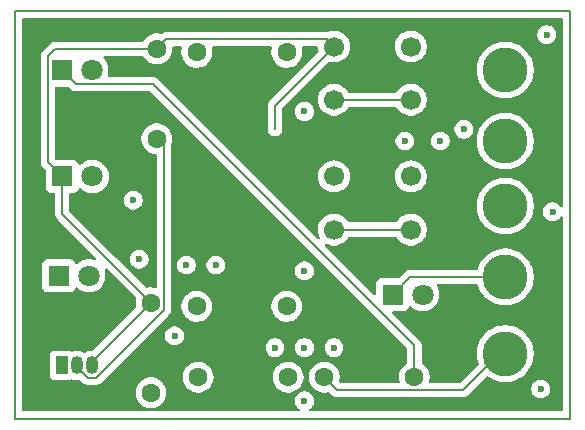
<source format=gbr>
%TF.GenerationSoftware,KiCad,Pcbnew,9.0.7*%
%TF.CreationDate,2026-01-23T18:30:01+09:00*%
%TF.ProjectId,ono-kairo,6f6e6f2d-6b61-4697-926f-2e6b69636164,rev?*%
%TF.SameCoordinates,Original*%
%TF.FileFunction,Copper,L2,Bot*%
%TF.FilePolarity,Positive*%
%FSLAX46Y46*%
G04 Gerber Fmt 4.6, Leading zero omitted, Abs format (unit mm)*
G04 Created by KiCad (PCBNEW 9.0.7) date 2026-01-23 18:30:01*
%MOMM*%
%LPD*%
G01*
G04 APERTURE LIST*
%TA.AperFunction,NonConductor*%
%ADD10C,0.200000*%
%TD*%
%TA.AperFunction,ComponentPad*%
%ADD11C,1.800000*%
%TD*%
%TA.AperFunction,ComponentPad*%
%ADD12R,1.800000X1.800000*%
%TD*%
%TA.AperFunction,ComponentPad*%
%ADD13C,1.700000*%
%TD*%
%TA.AperFunction,ComponentPad*%
%ADD14C,3.800000*%
%TD*%
%TA.AperFunction,ComponentPad*%
%ADD15R,1.050000X1.500000*%
%TD*%
%TA.AperFunction,ComponentPad*%
%ADD16O,1.050000X1.500000*%
%TD*%
%TA.AperFunction,ComponentPad*%
%ADD17C,1.600000*%
%TD*%
%TA.AperFunction,ViaPad*%
%ADD18C,0.600000*%
%TD*%
%TA.AperFunction,Conductor*%
%ADD19C,0.200000*%
%TD*%
G04 APERTURE END LIST*
D10*
X143000000Y-30500000D02*
X190000000Y-30500000D01*
X143000000Y-65000000D02*
X143000000Y-30500000D01*
X190000000Y-65000000D02*
X143000000Y-65000000D01*
X190000000Y-30500000D02*
X190000000Y-65000000D01*
D11*
%TO.P,pH_sensor1,2*%
%TO.N,Net-(U1-CH0)*%
X149250000Y-52900000D03*
D12*
%TO.P,pH_sensor1,1*%
%TO.N,Net-(D1-K)*%
X146710000Y-52900000D03*
%TD*%
D13*
%TO.P,button,1,Pin_1*%
%TO.N,Net-(J1-Pin_1)*%
X170000000Y-44500000D03*
X176500000Y-44500000D03*
%TO.P,button,2,Pin_2*%
%TO.N,Net-(J2-Pin_2)*%
X170000000Y-49000000D03*
X176500000Y-49000000D03*
%TD*%
%TO.P,button,1,Pin_1*%
%TO.N,Net-(J1-Pin_1)*%
X170000000Y-33500000D03*
X176500000Y-33500000D03*
%TO.P,button,2,Pin_2*%
%TO.N,Net-(J1-Pin_2)*%
X170000000Y-38000000D03*
X176500000Y-38000000D03*
%TD*%
D14*
%TO.P,H5,1,1*%
%TO.N,Net-(J1-Pin_1)*%
X184500000Y-59500000D03*
%TD*%
%TO.P,H4,1,1*%
%TO.N,Net-(D1-K)*%
X184500000Y-53000000D03*
%TD*%
%TO.P,H3,1,1*%
%TO.N,Net-(D1-A)*%
X184500000Y-47000000D03*
%TD*%
%TO.P,H1,1,1*%
%TO.N,Net-(J1-Pin_2)*%
X184500000Y-35500000D03*
%TD*%
%TO.P,H2,1,1*%
%TO.N,Net-(J2-Pin_2)*%
X184500000Y-41500000D03*
%TD*%
D11*
%TO.P,LED,2,A*%
%TO.N,Net-(D1-A)*%
X177500000Y-54500000D03*
D12*
%TO.P,LED,1,K*%
%TO.N,Net-(D1-K)*%
X174960000Y-54500000D03*
%TD*%
D15*
%TO.P,ds18b20,1,GND*%
%TO.N,Net-(D1-K)*%
X146960000Y-60500000D03*
D16*
%TO.P,ds18b20,2,DQ*%
%TO.N,Net-(U2-DQ)*%
X148230000Y-60500000D03*
%TO.P,ds18b20,3,V_{DD}*%
%TO.N,Net-(J1-Pin_1)*%
X149500000Y-60500000D03*
%TD*%
D17*
%TO.P,R7,1*%
%TO.N,Net-(J1-Pin_1)*%
X154500000Y-55190000D03*
%TO.P,R7,2*%
%TO.N,Net-(D1-K)*%
X154500000Y-62810000D03*
%TD*%
%TO.P,1M,1*%
%TO.N,Net-(U1-CH0)*%
X158500000Y-61500000D03*
%TO.P,1M,2*%
X166120000Y-61500000D03*
%TD*%
%TO.P,10k,1*%
%TO.N,Net-(J1-Pin_1)*%
X155000000Y-33690000D03*
%TO.P,10k,2*%
%TO.N,Net-(U2-DQ)*%
X155000000Y-41310000D03*
%TD*%
%TO.P,1k,1*%
%TO.N,Net-(J1-Pin_1)*%
X169190000Y-61500000D03*
%TO.P,1k,2*%
%TO.N,Net-(U1-CH1)*%
X176810000Y-61500000D03*
%TD*%
%TO.P,510,1*%
%TO.N,Net-(U1-CH0)*%
X158380000Y-34000000D03*
%TO.P,510,2*%
%TO.N,Net-(D1-K)*%
X166000000Y-34000000D03*
%TD*%
%TO.P,10k,1*%
%TO.N,Net-(D1-K)*%
X158380000Y-55500000D03*
%TO.P,10k,2*%
X166000000Y-55500000D03*
%TD*%
D12*
%TO.P,Cdscell1,1*%
%TO.N,Net-(J1-Pin_1)*%
X147000000Y-44500000D03*
D11*
%TO.P,Cdscell1,2*%
%TO.N,Net-(U1-CH2)*%
X149540000Y-44500000D03*
%TD*%
D12*
%TO.P,EC_sensor1,1*%
%TO.N,Net-(U1-CH1)*%
X146960000Y-35500000D03*
D11*
%TO.P,EC_sensor1,2*%
%TO.N,Net-(D1-K)*%
X149500000Y-35500000D03*
%TD*%
D18*
%TO.N,*%
X156500000Y-58000000D03*
X167500000Y-39000000D03*
X181000000Y-40500000D03*
X188500000Y-47500000D03*
X153500000Y-51500000D03*
X167500000Y-63500000D03*
X188000000Y-32500000D03*
X187500000Y-62500000D03*
X167500000Y-59000000D03*
X170000000Y-59000000D03*
X165000000Y-59000000D03*
X167500000Y-52500000D03*
X160000000Y-52000000D03*
X157500000Y-52000000D03*
X153000000Y-46500000D03*
X176000000Y-41500000D03*
X179000000Y-41500000D03*
%TD*%
D19*
%TO.N,Net-(J1-Pin_1)*%
X170291000Y-62601000D02*
X169190000Y-61500000D01*
X180899000Y-62601000D02*
X170291000Y-62601000D01*
X184000000Y-59500000D02*
X180899000Y-62601000D01*
X184500000Y-59500000D02*
X184000000Y-59500000D01*
%TO.N,Net-(D1-K)*%
X176460000Y-53000000D02*
X174960000Y-54500000D01*
X184500000Y-53000000D02*
X176460000Y-53000000D01*
%TO.N,Net-(J1-Pin_2)*%
X176500000Y-38000000D02*
X170000000Y-38000000D01*
%TO.N,Net-(J2-Pin_2)*%
X176500000Y-49000000D02*
X170000000Y-49000000D01*
%TO.N,Net-(U2-DQ)*%
X155601000Y-55792140D02*
X155601000Y-41911000D01*
X149842140Y-61551000D02*
X155601000Y-55792140D01*
X149157860Y-61551000D02*
X149842140Y-61551000D01*
X155601000Y-41911000D02*
X155000000Y-41310000D01*
X148230000Y-60623140D02*
X149157860Y-61551000D01*
X148230000Y-60500000D02*
X148230000Y-60623140D01*
%TO.N,Net-(J1-Pin_1)*%
X149500000Y-60190000D02*
X149500000Y-60500000D01*
X154500000Y-55190000D02*
X149500000Y-60190000D01*
X147000000Y-47690000D02*
X154500000Y-55190000D01*
X147000000Y-44500000D02*
X147000000Y-47690000D01*
X165000000Y-38500000D02*
X165000000Y-40500000D01*
X170000000Y-33500000D02*
X165000000Y-38500000D01*
X169390001Y-32890001D02*
X170000000Y-33500000D01*
X155799999Y-32890001D02*
X169390001Y-32890001D01*
X155000000Y-33690000D02*
X155799999Y-32890001D01*
X146368000Y-33690000D02*
X155000000Y-33690000D01*
X145759000Y-43259000D02*
X145759000Y-34299000D01*
X147000000Y-44500000D02*
X145759000Y-43259000D01*
X145759000Y-34299000D02*
X146368000Y-33690000D01*
%TO.N,Net-(U1-CH1)*%
X148161000Y-36701000D02*
X146960000Y-35500000D01*
X154701000Y-36701000D02*
X148161000Y-36701000D01*
X176810000Y-58810000D02*
X154701000Y-36701000D01*
X176810000Y-61500000D02*
X176810000Y-58810000D01*
%TD*%
%TA.AperFunction,NonConductor*%
G36*
X189342539Y-31120185D02*
G01*
X189388294Y-31172989D01*
X189399500Y-31224500D01*
X189399500Y-46996560D01*
X189379815Y-47063599D01*
X189327011Y-47109354D01*
X189257853Y-47119298D01*
X189194297Y-47090273D01*
X189172398Y-47065451D01*
X189121789Y-46989711D01*
X189121786Y-46989707D01*
X189010292Y-46878213D01*
X189010288Y-46878210D01*
X188879185Y-46790609D01*
X188879172Y-46790602D01*
X188733501Y-46730264D01*
X188733489Y-46730261D01*
X188578845Y-46699500D01*
X188578842Y-46699500D01*
X188421158Y-46699500D01*
X188421155Y-46699500D01*
X188266510Y-46730261D01*
X188266498Y-46730264D01*
X188120827Y-46790602D01*
X188120814Y-46790609D01*
X187989711Y-46878210D01*
X187989707Y-46878213D01*
X187878213Y-46989707D01*
X187878210Y-46989711D01*
X187790609Y-47120814D01*
X187790602Y-47120827D01*
X187730264Y-47266498D01*
X187730261Y-47266510D01*
X187699500Y-47421153D01*
X187699500Y-47578846D01*
X187730261Y-47733489D01*
X187730264Y-47733501D01*
X187790602Y-47879172D01*
X187790609Y-47879185D01*
X187878210Y-48010288D01*
X187878213Y-48010292D01*
X187989707Y-48121786D01*
X187989711Y-48121789D01*
X188120814Y-48209390D01*
X188120827Y-48209397D01*
X188266498Y-48269735D01*
X188266503Y-48269737D01*
X188421153Y-48300499D01*
X188421156Y-48300500D01*
X188421158Y-48300500D01*
X188578844Y-48300500D01*
X188578845Y-48300499D01*
X188733497Y-48269737D01*
X188879179Y-48209394D01*
X189010289Y-48121789D01*
X189121789Y-48010289D01*
X189172398Y-47934548D01*
X189226010Y-47889743D01*
X189295335Y-47881036D01*
X189358363Y-47911190D01*
X189395082Y-47970634D01*
X189399500Y-48003439D01*
X189399500Y-64275500D01*
X189379815Y-64342539D01*
X189327011Y-64388294D01*
X189275500Y-64399500D01*
X168003439Y-64399500D01*
X167936400Y-64379815D01*
X167890645Y-64327011D01*
X167880701Y-64257853D01*
X167909726Y-64194297D01*
X167934548Y-64172398D01*
X167963981Y-64152730D01*
X168010289Y-64121789D01*
X168121789Y-64010289D01*
X168209394Y-63879179D01*
X168269737Y-63733497D01*
X168300500Y-63578842D01*
X168300500Y-63421158D01*
X168300500Y-63421155D01*
X168300499Y-63421153D01*
X168269737Y-63266503D01*
X168246080Y-63209390D01*
X168209397Y-63120827D01*
X168209390Y-63120814D01*
X168121789Y-62989711D01*
X168121786Y-62989707D01*
X168010292Y-62878213D01*
X168010288Y-62878210D01*
X167879185Y-62790609D01*
X167879172Y-62790602D01*
X167733501Y-62730264D01*
X167733489Y-62730261D01*
X167578845Y-62699500D01*
X167578842Y-62699500D01*
X167421158Y-62699500D01*
X167421155Y-62699500D01*
X167266510Y-62730261D01*
X167266498Y-62730264D01*
X167120827Y-62790602D01*
X167120814Y-62790609D01*
X166989711Y-62878210D01*
X166989707Y-62878213D01*
X166878213Y-62989707D01*
X166878210Y-62989711D01*
X166790609Y-63120814D01*
X166790602Y-63120827D01*
X166730264Y-63266498D01*
X166730261Y-63266510D01*
X166699500Y-63421153D01*
X166699500Y-63578846D01*
X166730261Y-63733489D01*
X166730264Y-63733501D01*
X166790602Y-63879172D01*
X166790609Y-63879185D01*
X166878210Y-64010288D01*
X166878213Y-64010292D01*
X166989707Y-64121786D01*
X166989711Y-64121789D01*
X167065452Y-64172398D01*
X167110257Y-64226010D01*
X167118964Y-64295335D01*
X167088810Y-64358363D01*
X167029366Y-64395082D01*
X166996561Y-64399500D01*
X143724500Y-64399500D01*
X143657461Y-64379815D01*
X143611706Y-64327011D01*
X143600500Y-64275500D01*
X143600500Y-62707648D01*
X153199500Y-62707648D01*
X153199500Y-62912351D01*
X153231522Y-63114534D01*
X153294781Y-63309223D01*
X153387715Y-63491613D01*
X153508028Y-63657213D01*
X153652786Y-63801971D01*
X153807749Y-63914556D01*
X153818390Y-63922287D01*
X153934607Y-63981503D01*
X154000776Y-64015218D01*
X154000778Y-64015218D01*
X154000781Y-64015220D01*
X154105137Y-64049127D01*
X154195465Y-64078477D01*
X154296557Y-64094488D01*
X154397648Y-64110500D01*
X154397649Y-64110500D01*
X154602351Y-64110500D01*
X154602352Y-64110500D01*
X154804534Y-64078477D01*
X154999219Y-64015220D01*
X155181610Y-63922287D01*
X155274590Y-63854732D01*
X155347213Y-63801971D01*
X155347215Y-63801968D01*
X155347219Y-63801966D01*
X155491966Y-63657219D01*
X155491968Y-63657215D01*
X155491971Y-63657213D01*
X155548910Y-63578842D01*
X155612287Y-63491610D01*
X155705220Y-63309219D01*
X155768477Y-63114534D01*
X155800500Y-62912352D01*
X155800500Y-62707648D01*
X155785396Y-62612284D01*
X155768477Y-62505465D01*
X155705218Y-62310776D01*
X155671503Y-62244607D01*
X155612287Y-62128390D01*
X155562292Y-62059577D01*
X155491971Y-61962786D01*
X155347213Y-61818028D01*
X155181613Y-61697715D01*
X155181612Y-61697714D01*
X155181610Y-61697713D01*
X155089248Y-61650652D01*
X154999223Y-61604781D01*
X154804534Y-61541522D01*
X154638649Y-61515249D01*
X154602352Y-61509500D01*
X154397648Y-61509500D01*
X154373329Y-61513351D01*
X154195465Y-61541522D01*
X154000776Y-61604781D01*
X153818386Y-61697715D01*
X153652786Y-61818028D01*
X153508028Y-61962786D01*
X153387715Y-62128386D01*
X153294781Y-62310776D01*
X153231522Y-62505465D01*
X153199500Y-62707648D01*
X143600500Y-62707648D01*
X143600500Y-43338054D01*
X145158498Y-43338054D01*
X145185167Y-43437580D01*
X145199423Y-43490785D01*
X145199424Y-43490786D01*
X145204457Y-43499504D01*
X145278477Y-43627712D01*
X145278481Y-43627717D01*
X145397349Y-43746585D01*
X145397355Y-43746590D01*
X145563181Y-43912416D01*
X145596666Y-43973739D01*
X145599500Y-44000097D01*
X145599500Y-45447870D01*
X145599501Y-45447876D01*
X145605908Y-45507483D01*
X145656202Y-45642328D01*
X145656206Y-45642335D01*
X145742452Y-45757544D01*
X145742455Y-45757547D01*
X145857664Y-45843793D01*
X145857671Y-45843797D01*
X145875643Y-45850500D01*
X145992517Y-45894091D01*
X146052127Y-45900500D01*
X146275500Y-45900499D01*
X146342539Y-45920183D01*
X146388294Y-45972987D01*
X146399500Y-46024499D01*
X146399500Y-47603330D01*
X146399499Y-47603348D01*
X146399499Y-47769054D01*
X146399498Y-47769054D01*
X146399499Y-47769057D01*
X146440423Y-47921785D01*
X146468200Y-47969896D01*
X146468200Y-47969897D01*
X146519475Y-48058709D01*
X146519481Y-48058717D01*
X146638349Y-48177585D01*
X146638355Y-48177590D01*
X149830137Y-51369372D01*
X149863622Y-51430695D01*
X149858638Y-51500387D01*
X149816766Y-51556320D01*
X149751302Y-51580737D01*
X149704139Y-51574984D01*
X149577953Y-51533985D01*
X149577954Y-51533985D01*
X149414654Y-51508121D01*
X149360222Y-51499500D01*
X149139778Y-51499500D01*
X149067201Y-51510995D01*
X148922047Y-51533985D01*
X148712396Y-51602103D01*
X148712393Y-51602104D01*
X148515974Y-51702187D01*
X148337641Y-51831752D01*
X148337636Y-51831756D01*
X148287463Y-51881929D01*
X148226140Y-51915413D01*
X148156448Y-51910428D01*
X148100515Y-51868557D01*
X148083601Y-51837580D01*
X148053797Y-51757671D01*
X148053793Y-51757664D01*
X147967547Y-51642455D01*
X147967544Y-51642452D01*
X147852335Y-51556206D01*
X147852328Y-51556202D01*
X147717482Y-51505908D01*
X147717483Y-51505908D01*
X147657883Y-51499501D01*
X147657881Y-51499500D01*
X147657873Y-51499500D01*
X147657864Y-51499500D01*
X145762129Y-51499500D01*
X145762123Y-51499501D01*
X145702516Y-51505908D01*
X145567671Y-51556202D01*
X145567664Y-51556206D01*
X145452455Y-51642452D01*
X145452452Y-51642455D01*
X145366206Y-51757664D01*
X145366202Y-51757671D01*
X145315908Y-51892517D01*
X145309501Y-51952116D01*
X145309500Y-51952135D01*
X145309500Y-53847870D01*
X145309501Y-53847876D01*
X145315908Y-53907483D01*
X145366202Y-54042328D01*
X145366206Y-54042335D01*
X145452452Y-54157544D01*
X145452455Y-54157547D01*
X145567664Y-54243793D01*
X145567671Y-54243797D01*
X145702517Y-54294091D01*
X145702516Y-54294091D01*
X145708925Y-54294780D01*
X145762127Y-54300500D01*
X147657872Y-54300499D01*
X147717483Y-54294091D01*
X147852331Y-54243796D01*
X147967546Y-54157546D01*
X148053796Y-54042331D01*
X148081429Y-53968243D01*
X148083601Y-53962420D01*
X148125471Y-53906486D01*
X148190936Y-53882068D01*
X148259209Y-53896919D01*
X148287464Y-53918071D01*
X148337636Y-53968243D01*
X148337641Y-53968247D01*
X148439603Y-54042326D01*
X148515978Y-54097815D01*
X148643898Y-54162994D01*
X148712393Y-54197895D01*
X148712396Y-54197896D01*
X148815889Y-54231522D01*
X148922049Y-54266015D01*
X149139778Y-54300500D01*
X149139779Y-54300500D01*
X149360221Y-54300500D01*
X149360222Y-54300500D01*
X149577951Y-54266015D01*
X149787606Y-54197895D01*
X149984022Y-54097815D01*
X150162365Y-53968242D01*
X150318242Y-53812365D01*
X150447815Y-53634022D01*
X150547895Y-53437606D01*
X150616015Y-53227951D01*
X150650500Y-53010222D01*
X150650500Y-52789778D01*
X150616015Y-52572049D01*
X150575015Y-52445861D01*
X150573020Y-52376019D01*
X150609101Y-52316187D01*
X150671802Y-52285359D01*
X150741216Y-52293324D01*
X150780625Y-52319860D01*
X152012880Y-53552116D01*
X153205921Y-54745157D01*
X153239406Y-54806480D01*
X153236173Y-54871149D01*
X153231523Y-54885460D01*
X153231523Y-54885462D01*
X153199500Y-55087648D01*
X153199500Y-55292351D01*
X153231522Y-55494534D01*
X153236173Y-55508848D01*
X153238165Y-55578690D01*
X153205921Y-55634842D01*
X149627584Y-59213181D01*
X149566261Y-59246666D01*
X149539903Y-59249500D01*
X149398992Y-59249500D01*
X149200880Y-59288907D01*
X149200872Y-59288909D01*
X149014244Y-59366213D01*
X148933891Y-59419904D01*
X148867213Y-59440782D01*
X148799833Y-59422297D01*
X148796109Y-59419904D01*
X148715755Y-59366213D01*
X148529127Y-59288909D01*
X148529119Y-59288907D01*
X148331007Y-59249500D01*
X148331003Y-59249500D01*
X148128997Y-59249500D01*
X148128992Y-59249500D01*
X147930880Y-59288907D01*
X147930868Y-59288910D01*
X147850198Y-59322325D01*
X147780729Y-59329794D01*
X147735342Y-59310036D01*
X147735114Y-59310454D01*
X147730447Y-59307905D01*
X147728432Y-59307028D01*
X147727331Y-59306204D01*
X147727330Y-59306203D01*
X147727328Y-59306202D01*
X147592482Y-59255908D01*
X147592483Y-59255908D01*
X147532883Y-59249501D01*
X147532881Y-59249500D01*
X147532873Y-59249500D01*
X147532864Y-59249500D01*
X146387129Y-59249500D01*
X146387123Y-59249501D01*
X146327516Y-59255908D01*
X146192671Y-59306202D01*
X146192664Y-59306206D01*
X146077455Y-59392452D01*
X146077452Y-59392455D01*
X145991206Y-59507664D01*
X145991202Y-59507671D01*
X145940908Y-59642517D01*
X145934501Y-59702116D01*
X145934500Y-59702135D01*
X145934500Y-61297870D01*
X145934501Y-61297876D01*
X145940908Y-61357483D01*
X145991202Y-61492328D01*
X145991206Y-61492335D01*
X146077452Y-61607544D01*
X146077455Y-61607547D01*
X146192664Y-61693793D01*
X146192671Y-61693797D01*
X146327517Y-61744091D01*
X146327516Y-61744091D01*
X146334444Y-61744835D01*
X146387127Y-61750500D01*
X147532872Y-61750499D01*
X147592483Y-61744091D01*
X147727331Y-61693796D01*
X147728430Y-61692972D01*
X147729717Y-61692492D01*
X147735112Y-61689547D01*
X147735535Y-61690322D01*
X147793887Y-61668552D01*
X147850198Y-61677673D01*
X147930873Y-61711091D01*
X148128987Y-61750498D01*
X148128992Y-61750499D01*
X148128996Y-61750500D01*
X148128997Y-61750500D01*
X148331003Y-61750500D01*
X148413733Y-61734043D01*
X148421638Y-61734750D01*
X148429077Y-61731976D01*
X148455937Y-61737819D01*
X148483321Y-61740269D01*
X148491331Y-61745518D01*
X148497350Y-61746828D01*
X148525604Y-61767979D01*
X148672999Y-61915374D01*
X148673009Y-61915385D01*
X148677339Y-61919715D01*
X148677340Y-61919716D01*
X148789144Y-62031520D01*
X148789146Y-62031521D01*
X148837741Y-62059577D01*
X148837740Y-62059577D01*
X148837743Y-62059578D01*
X148926069Y-62110574D01*
X148926070Y-62110574D01*
X148926075Y-62110577D01*
X149078802Y-62151500D01*
X149078803Y-62151500D01*
X149755471Y-62151500D01*
X149755487Y-62151501D01*
X149763083Y-62151501D01*
X149921194Y-62151501D01*
X149921197Y-62151501D01*
X150073925Y-62110577D01*
X150162259Y-62059577D01*
X150210856Y-62031520D01*
X150322660Y-61919716D01*
X150322660Y-61919714D01*
X150332864Y-61909511D01*
X150332868Y-61909506D01*
X150844726Y-61397648D01*
X157199500Y-61397648D01*
X157199500Y-61602351D01*
X157231522Y-61804534D01*
X157294781Y-61999223D01*
X157387715Y-62181613D01*
X157508028Y-62347213D01*
X157652786Y-62491971D01*
X157772359Y-62578844D01*
X157818390Y-62612287D01*
X157934607Y-62671503D01*
X158000776Y-62705218D01*
X158000778Y-62705218D01*
X158000781Y-62705220D01*
X158087784Y-62733489D01*
X158195465Y-62768477D01*
X158223555Y-62772926D01*
X158397648Y-62800500D01*
X158397649Y-62800500D01*
X158602351Y-62800500D01*
X158602352Y-62800500D01*
X158804534Y-62768477D01*
X158999219Y-62705220D01*
X159181610Y-62612287D01*
X159328638Y-62505466D01*
X159347213Y-62491971D01*
X159347215Y-62491968D01*
X159347219Y-62491966D01*
X159491966Y-62347219D01*
X159491968Y-62347215D01*
X159491971Y-62347213D01*
X159550613Y-62266498D01*
X159612287Y-62181610D01*
X159705220Y-61999219D01*
X159768477Y-61804534D01*
X159800500Y-61602352D01*
X159800500Y-61397648D01*
X164819500Y-61397648D01*
X164819500Y-61602351D01*
X164851522Y-61804534D01*
X164914781Y-61999223D01*
X165007715Y-62181613D01*
X165128028Y-62347213D01*
X165272786Y-62491971D01*
X165392359Y-62578844D01*
X165438390Y-62612287D01*
X165554607Y-62671503D01*
X165620776Y-62705218D01*
X165620778Y-62705218D01*
X165620781Y-62705220D01*
X165707784Y-62733489D01*
X165815465Y-62768477D01*
X165843555Y-62772926D01*
X166017648Y-62800500D01*
X166017649Y-62800500D01*
X166222351Y-62800500D01*
X166222352Y-62800500D01*
X166424534Y-62768477D01*
X166619219Y-62705220D01*
X166801610Y-62612287D01*
X166948638Y-62505466D01*
X166967213Y-62491971D01*
X166967215Y-62491968D01*
X166967219Y-62491966D01*
X167111966Y-62347219D01*
X167111968Y-62347215D01*
X167111971Y-62347213D01*
X167170613Y-62266498D01*
X167232287Y-62181610D01*
X167325220Y-61999219D01*
X167388477Y-61804534D01*
X167420500Y-61602352D01*
X167420500Y-61397648D01*
X167404697Y-61297872D01*
X167388477Y-61195465D01*
X167325218Y-61000776D01*
X167269430Y-60891287D01*
X167232287Y-60818390D01*
X167224556Y-60807749D01*
X167111971Y-60652786D01*
X166967213Y-60508028D01*
X166801613Y-60387715D01*
X166801612Y-60387714D01*
X166801610Y-60387713D01*
X166744653Y-60358691D01*
X166619223Y-60294781D01*
X166424534Y-60231522D01*
X166249995Y-60203878D01*
X166222352Y-60199500D01*
X166017648Y-60199500D01*
X165993329Y-60203351D01*
X165815465Y-60231522D01*
X165620776Y-60294781D01*
X165438386Y-60387715D01*
X165272786Y-60508028D01*
X165128028Y-60652786D01*
X165007715Y-60818386D01*
X164914781Y-61000776D01*
X164851522Y-61195465D01*
X164819500Y-61397648D01*
X159800500Y-61397648D01*
X159784697Y-61297872D01*
X159768477Y-61195465D01*
X159705218Y-61000776D01*
X159649430Y-60891287D01*
X159612287Y-60818390D01*
X159604556Y-60807749D01*
X159491971Y-60652786D01*
X159347213Y-60508028D01*
X159181613Y-60387715D01*
X159181612Y-60387714D01*
X159181610Y-60387713D01*
X159124653Y-60358691D01*
X158999223Y-60294781D01*
X158804534Y-60231522D01*
X158629995Y-60203878D01*
X158602352Y-60199500D01*
X158397648Y-60199500D01*
X158373329Y-60203351D01*
X158195465Y-60231522D01*
X158000776Y-60294781D01*
X157818386Y-60387715D01*
X157652786Y-60508028D01*
X157508028Y-60652786D01*
X157387715Y-60818386D01*
X157294781Y-61000776D01*
X157231522Y-61195465D01*
X157199500Y-61397648D01*
X150844726Y-61397648D01*
X153321221Y-58921153D01*
X164199500Y-58921153D01*
X164199500Y-59078846D01*
X164230261Y-59233489D01*
X164230264Y-59233501D01*
X164290602Y-59379172D01*
X164290609Y-59379185D01*
X164378210Y-59510288D01*
X164378213Y-59510292D01*
X164489707Y-59621786D01*
X164489711Y-59621789D01*
X164620814Y-59709390D01*
X164620827Y-59709397D01*
X164766498Y-59769735D01*
X164766503Y-59769737D01*
X164921153Y-59800499D01*
X164921156Y-59800500D01*
X164921158Y-59800500D01*
X165078844Y-59800500D01*
X165078845Y-59800499D01*
X165233497Y-59769737D01*
X165379179Y-59709394D01*
X165510289Y-59621789D01*
X165621789Y-59510289D01*
X165709394Y-59379179D01*
X165769737Y-59233497D01*
X165800500Y-59078842D01*
X165800500Y-58921158D01*
X165800500Y-58921155D01*
X165800499Y-58921153D01*
X166699500Y-58921153D01*
X166699500Y-59078846D01*
X166730261Y-59233489D01*
X166730264Y-59233501D01*
X166790602Y-59379172D01*
X166790609Y-59379185D01*
X166878210Y-59510288D01*
X166878213Y-59510292D01*
X166989707Y-59621786D01*
X166989711Y-59621789D01*
X167120814Y-59709390D01*
X167120827Y-59709397D01*
X167266498Y-59769735D01*
X167266503Y-59769737D01*
X167421153Y-59800499D01*
X167421156Y-59800500D01*
X167421158Y-59800500D01*
X167578844Y-59800500D01*
X167578845Y-59800499D01*
X167733497Y-59769737D01*
X167879179Y-59709394D01*
X168010289Y-59621789D01*
X168121789Y-59510289D01*
X168209394Y-59379179D01*
X168269737Y-59233497D01*
X168300500Y-59078842D01*
X168300500Y-58921158D01*
X168300500Y-58921155D01*
X168300499Y-58921153D01*
X169199500Y-58921153D01*
X169199500Y-59078846D01*
X169230261Y-59233489D01*
X169230264Y-59233501D01*
X169290602Y-59379172D01*
X169290609Y-59379185D01*
X169378210Y-59510288D01*
X169378213Y-59510292D01*
X169489707Y-59621786D01*
X169489711Y-59621789D01*
X169620814Y-59709390D01*
X169620827Y-59709397D01*
X169766498Y-59769735D01*
X169766503Y-59769737D01*
X169921153Y-59800499D01*
X169921156Y-59800500D01*
X169921158Y-59800500D01*
X170078844Y-59800500D01*
X170078845Y-59800499D01*
X170233497Y-59769737D01*
X170379179Y-59709394D01*
X170510289Y-59621789D01*
X170621789Y-59510289D01*
X170709394Y-59379179D01*
X170769737Y-59233497D01*
X170800500Y-59078842D01*
X170800500Y-58921158D01*
X170800500Y-58921155D01*
X170800499Y-58921153D01*
X170783244Y-58834409D01*
X170769737Y-58766503D01*
X170709794Y-58621786D01*
X170709397Y-58620827D01*
X170709390Y-58620814D01*
X170621789Y-58489711D01*
X170621786Y-58489707D01*
X170510292Y-58378213D01*
X170510288Y-58378210D01*
X170379185Y-58290609D01*
X170379172Y-58290602D01*
X170233501Y-58230264D01*
X170233489Y-58230261D01*
X170078845Y-58199500D01*
X170078842Y-58199500D01*
X169921158Y-58199500D01*
X169921155Y-58199500D01*
X169766510Y-58230261D01*
X169766498Y-58230264D01*
X169620827Y-58290602D01*
X169620814Y-58290609D01*
X169489711Y-58378210D01*
X169489707Y-58378213D01*
X169378213Y-58489707D01*
X169378210Y-58489711D01*
X169290609Y-58620814D01*
X169290602Y-58620827D01*
X169230264Y-58766498D01*
X169230261Y-58766510D01*
X169199500Y-58921153D01*
X168300499Y-58921153D01*
X168283244Y-58834409D01*
X168269737Y-58766503D01*
X168209794Y-58621786D01*
X168209397Y-58620827D01*
X168209390Y-58620814D01*
X168121789Y-58489711D01*
X168121786Y-58489707D01*
X168010292Y-58378213D01*
X168010288Y-58378210D01*
X167879185Y-58290609D01*
X167879172Y-58290602D01*
X167733501Y-58230264D01*
X167733489Y-58230261D01*
X167578845Y-58199500D01*
X167578842Y-58199500D01*
X167421158Y-58199500D01*
X167421155Y-58199500D01*
X167266510Y-58230261D01*
X167266498Y-58230264D01*
X167120827Y-58290602D01*
X167120814Y-58290609D01*
X166989711Y-58378210D01*
X166989707Y-58378213D01*
X166878213Y-58489707D01*
X166878210Y-58489711D01*
X166790609Y-58620814D01*
X166790602Y-58620827D01*
X166730264Y-58766498D01*
X166730261Y-58766510D01*
X166699500Y-58921153D01*
X165800499Y-58921153D01*
X165783244Y-58834409D01*
X165769737Y-58766503D01*
X165709794Y-58621786D01*
X165709397Y-58620827D01*
X165709390Y-58620814D01*
X165621789Y-58489711D01*
X165621786Y-58489707D01*
X165510292Y-58378213D01*
X165510288Y-58378210D01*
X165379185Y-58290609D01*
X165379172Y-58290602D01*
X165233501Y-58230264D01*
X165233489Y-58230261D01*
X165078845Y-58199500D01*
X165078842Y-58199500D01*
X164921158Y-58199500D01*
X164921155Y-58199500D01*
X164766510Y-58230261D01*
X164766498Y-58230264D01*
X164620827Y-58290602D01*
X164620814Y-58290609D01*
X164489711Y-58378210D01*
X164489707Y-58378213D01*
X164378213Y-58489707D01*
X164378210Y-58489711D01*
X164290609Y-58620814D01*
X164290602Y-58620827D01*
X164230264Y-58766498D01*
X164230261Y-58766510D01*
X164199500Y-58921153D01*
X153321221Y-58921153D01*
X154321221Y-57921153D01*
X155699500Y-57921153D01*
X155699500Y-58078846D01*
X155730261Y-58233489D01*
X155730264Y-58233501D01*
X155790602Y-58379172D01*
X155790609Y-58379185D01*
X155878210Y-58510288D01*
X155878213Y-58510292D01*
X155989707Y-58621786D01*
X155989711Y-58621789D01*
X156120814Y-58709390D01*
X156120827Y-58709397D01*
X156258683Y-58766498D01*
X156266503Y-58769737D01*
X156421153Y-58800499D01*
X156421156Y-58800500D01*
X156421158Y-58800500D01*
X156578844Y-58800500D01*
X156578845Y-58800499D01*
X156589179Y-58798443D01*
X156614287Y-58793450D01*
X156614292Y-58793449D01*
X156699800Y-58776439D01*
X156733497Y-58769737D01*
X156879179Y-58709394D01*
X157010289Y-58621789D01*
X157121789Y-58510289D01*
X157209394Y-58379179D01*
X157269737Y-58233497D01*
X157300500Y-58078842D01*
X157300500Y-57921158D01*
X157300500Y-57921155D01*
X157300499Y-57921153D01*
X157269738Y-57766510D01*
X157269737Y-57766503D01*
X157269735Y-57766498D01*
X157209397Y-57620827D01*
X157209390Y-57620814D01*
X157121789Y-57489711D01*
X157121786Y-57489707D01*
X157010292Y-57378213D01*
X157010288Y-57378210D01*
X156879185Y-57290609D01*
X156879172Y-57290602D01*
X156733501Y-57230264D01*
X156733489Y-57230261D01*
X156578845Y-57199500D01*
X156578842Y-57199500D01*
X156421158Y-57199500D01*
X156421155Y-57199500D01*
X156266510Y-57230261D01*
X156266498Y-57230264D01*
X156120827Y-57290602D01*
X156120814Y-57290609D01*
X155989711Y-57378210D01*
X155989707Y-57378213D01*
X155878213Y-57489707D01*
X155878210Y-57489711D01*
X155790609Y-57620814D01*
X155790602Y-57620827D01*
X155730264Y-57766498D01*
X155730261Y-57766510D01*
X155699500Y-57921153D01*
X154321221Y-57921153D01*
X155959506Y-56282868D01*
X155959511Y-56282864D01*
X155969714Y-56272660D01*
X155969716Y-56272660D01*
X156081520Y-56160856D01*
X156109623Y-56112180D01*
X156142110Y-56055911D01*
X156142113Y-56055902D01*
X156142119Y-56055894D01*
X156160577Y-56023925D01*
X156201501Y-55871197D01*
X156201501Y-55713083D01*
X156201501Y-55705488D01*
X156201500Y-55705470D01*
X156201500Y-55397648D01*
X157079500Y-55397648D01*
X157079500Y-55602351D01*
X157111522Y-55804534D01*
X157174781Y-55999223D01*
X157238691Y-56124653D01*
X157257138Y-56160856D01*
X157267715Y-56181613D01*
X157388028Y-56347213D01*
X157532786Y-56491971D01*
X157687749Y-56604556D01*
X157698390Y-56612287D01*
X157814607Y-56671503D01*
X157880776Y-56705218D01*
X157880778Y-56705218D01*
X157880781Y-56705220D01*
X157985137Y-56739127D01*
X158075465Y-56768477D01*
X158176557Y-56784488D01*
X158277648Y-56800500D01*
X158277649Y-56800500D01*
X158482351Y-56800500D01*
X158482352Y-56800500D01*
X158684534Y-56768477D01*
X158879219Y-56705220D01*
X159061610Y-56612287D01*
X159154590Y-56544732D01*
X159227213Y-56491971D01*
X159227215Y-56491968D01*
X159227219Y-56491966D01*
X159371966Y-56347219D01*
X159371968Y-56347215D01*
X159371971Y-56347213D01*
X159426136Y-56272660D01*
X159492287Y-56181610D01*
X159585220Y-55999219D01*
X159648477Y-55804534D01*
X159680500Y-55602352D01*
X159680500Y-55397648D01*
X164699500Y-55397648D01*
X164699500Y-55602351D01*
X164731522Y-55804534D01*
X164794781Y-55999223D01*
X164858691Y-56124653D01*
X164877138Y-56160856D01*
X164887715Y-56181613D01*
X165008028Y-56347213D01*
X165152786Y-56491971D01*
X165307749Y-56604556D01*
X165318390Y-56612287D01*
X165434607Y-56671503D01*
X165500776Y-56705218D01*
X165500778Y-56705218D01*
X165500781Y-56705220D01*
X165605137Y-56739127D01*
X165695465Y-56768477D01*
X165796557Y-56784488D01*
X165897648Y-56800500D01*
X165897649Y-56800500D01*
X166102351Y-56800500D01*
X166102352Y-56800500D01*
X166304534Y-56768477D01*
X166499219Y-56705220D01*
X166681610Y-56612287D01*
X166774590Y-56544732D01*
X166847213Y-56491971D01*
X166847215Y-56491968D01*
X166847219Y-56491966D01*
X166991966Y-56347219D01*
X166991968Y-56347215D01*
X166991971Y-56347213D01*
X167046136Y-56272660D01*
X167112287Y-56181610D01*
X167205220Y-55999219D01*
X167268477Y-55804534D01*
X167300500Y-55602352D01*
X167300500Y-55397648D01*
X167268477Y-55195465D01*
X167205218Y-55000776D01*
X167139169Y-54871149D01*
X167112287Y-54818390D01*
X167033730Y-54710264D01*
X166991971Y-54652786D01*
X166847213Y-54508028D01*
X166681613Y-54387715D01*
X166681612Y-54387714D01*
X166681610Y-54387713D01*
X166624653Y-54358691D01*
X166499223Y-54294781D01*
X166304534Y-54231522D01*
X166129995Y-54203878D01*
X166102352Y-54199500D01*
X165897648Y-54199500D01*
X165873329Y-54203351D01*
X165695465Y-54231522D01*
X165500776Y-54294781D01*
X165318386Y-54387715D01*
X165152786Y-54508028D01*
X165008028Y-54652786D01*
X164887715Y-54818386D01*
X164794781Y-55000776D01*
X164731522Y-55195465D01*
X164699500Y-55397648D01*
X159680500Y-55397648D01*
X159648477Y-55195465D01*
X159585218Y-55000776D01*
X159519169Y-54871149D01*
X159492287Y-54818390D01*
X159413730Y-54710264D01*
X159371971Y-54652786D01*
X159227213Y-54508028D01*
X159061613Y-54387715D01*
X159061612Y-54387714D01*
X159061610Y-54387713D01*
X159004653Y-54358691D01*
X158879223Y-54294781D01*
X158684534Y-54231522D01*
X158509995Y-54203878D01*
X158482352Y-54199500D01*
X158277648Y-54199500D01*
X158253329Y-54203351D01*
X158075465Y-54231522D01*
X157880776Y-54294781D01*
X157698386Y-54387715D01*
X157532786Y-54508028D01*
X157388028Y-54652786D01*
X157267715Y-54818386D01*
X157174781Y-55000776D01*
X157111522Y-55195465D01*
X157079500Y-55397648D01*
X156201500Y-55397648D01*
X156201500Y-51921153D01*
X156699500Y-51921153D01*
X156699500Y-52078846D01*
X156730261Y-52233489D01*
X156730264Y-52233501D01*
X156790602Y-52379172D01*
X156790609Y-52379185D01*
X156878210Y-52510288D01*
X156878213Y-52510292D01*
X156989707Y-52621786D01*
X156989711Y-52621789D01*
X157120814Y-52709390D01*
X157120827Y-52709397D01*
X157266498Y-52769735D01*
X157266503Y-52769737D01*
X157421153Y-52800499D01*
X157421156Y-52800500D01*
X157421158Y-52800500D01*
X157578844Y-52800500D01*
X157578845Y-52800499D01*
X157733497Y-52769737D01*
X157879179Y-52709394D01*
X158010289Y-52621789D01*
X158121789Y-52510289D01*
X158209394Y-52379179D01*
X158269737Y-52233497D01*
X158300500Y-52078842D01*
X158300500Y-51921158D01*
X158300500Y-51921155D01*
X158300499Y-51921153D01*
X159199500Y-51921153D01*
X159199500Y-52078846D01*
X159230261Y-52233489D01*
X159230264Y-52233501D01*
X159290602Y-52379172D01*
X159290609Y-52379185D01*
X159378210Y-52510288D01*
X159378213Y-52510292D01*
X159489707Y-52621786D01*
X159489711Y-52621789D01*
X159620814Y-52709390D01*
X159620827Y-52709397D01*
X159766498Y-52769735D01*
X159766503Y-52769737D01*
X159921153Y-52800499D01*
X159921156Y-52800500D01*
X159921158Y-52800500D01*
X160078844Y-52800500D01*
X160078845Y-52800499D01*
X160233497Y-52769737D01*
X160379179Y-52709394D01*
X160510289Y-52621789D01*
X160621789Y-52510289D01*
X160681348Y-52421153D01*
X166699500Y-52421153D01*
X166699500Y-52578846D01*
X166730261Y-52733489D01*
X166730264Y-52733501D01*
X166790602Y-52879172D01*
X166790609Y-52879185D01*
X166878210Y-53010288D01*
X166878213Y-53010292D01*
X166989707Y-53121786D01*
X166989711Y-53121789D01*
X167120814Y-53209390D01*
X167120827Y-53209397D01*
X167266498Y-53269735D01*
X167266503Y-53269737D01*
X167421153Y-53300499D01*
X167421156Y-53300500D01*
X167421158Y-53300500D01*
X167578844Y-53300500D01*
X167578845Y-53300499D01*
X167733497Y-53269737D01*
X167879179Y-53209394D01*
X168010289Y-53121789D01*
X168121789Y-53010289D01*
X168209394Y-52879179D01*
X168269737Y-52733497D01*
X168300500Y-52578842D01*
X168300500Y-52421158D01*
X168300500Y-52421155D01*
X168300499Y-52421153D01*
X168283244Y-52334409D01*
X168269737Y-52266503D01*
X168246080Y-52209390D01*
X168209397Y-52120827D01*
X168209390Y-52120814D01*
X168121789Y-51989711D01*
X168121786Y-51989707D01*
X168010292Y-51878213D01*
X168010288Y-51878210D01*
X167879185Y-51790609D01*
X167879172Y-51790602D01*
X167733501Y-51730264D01*
X167733489Y-51730261D01*
X167578845Y-51699500D01*
X167578842Y-51699500D01*
X167421158Y-51699500D01*
X167421155Y-51699500D01*
X167266510Y-51730261D01*
X167266498Y-51730264D01*
X167120827Y-51790602D01*
X167120814Y-51790609D01*
X166989711Y-51878210D01*
X166989707Y-51878213D01*
X166878213Y-51989707D01*
X166878210Y-51989711D01*
X166790609Y-52120814D01*
X166790602Y-52120827D01*
X166730264Y-52266498D01*
X166730261Y-52266510D01*
X166699500Y-52421153D01*
X160681348Y-52421153D01*
X160709394Y-52379179D01*
X160769737Y-52233497D01*
X160800500Y-52078842D01*
X160800500Y-51921158D01*
X160800500Y-51921155D01*
X160800499Y-51921153D01*
X160782717Y-51831758D01*
X160769737Y-51766503D01*
X160756062Y-51733489D01*
X160709397Y-51620827D01*
X160709390Y-51620814D01*
X160621789Y-51489711D01*
X160621786Y-51489707D01*
X160510292Y-51378213D01*
X160510288Y-51378210D01*
X160379185Y-51290609D01*
X160379172Y-51290602D01*
X160233501Y-51230264D01*
X160233489Y-51230261D01*
X160078845Y-51199500D01*
X160078842Y-51199500D01*
X159921158Y-51199500D01*
X159921155Y-51199500D01*
X159766510Y-51230261D01*
X159766498Y-51230264D01*
X159620827Y-51290602D01*
X159620814Y-51290609D01*
X159489711Y-51378210D01*
X159489707Y-51378213D01*
X159378213Y-51489707D01*
X159378210Y-51489711D01*
X159290609Y-51620814D01*
X159290602Y-51620827D01*
X159230264Y-51766498D01*
X159230261Y-51766510D01*
X159199500Y-51921153D01*
X158300499Y-51921153D01*
X158282717Y-51831758D01*
X158269737Y-51766503D01*
X158256062Y-51733489D01*
X158209397Y-51620827D01*
X158209390Y-51620814D01*
X158121789Y-51489711D01*
X158121786Y-51489707D01*
X158010292Y-51378213D01*
X158010288Y-51378210D01*
X157879185Y-51290609D01*
X157879172Y-51290602D01*
X157733501Y-51230264D01*
X157733489Y-51230261D01*
X157578845Y-51199500D01*
X157578842Y-51199500D01*
X157421158Y-51199500D01*
X157421155Y-51199500D01*
X157266510Y-51230261D01*
X157266498Y-51230264D01*
X157120827Y-51290602D01*
X157120814Y-51290609D01*
X156989711Y-51378210D01*
X156989707Y-51378213D01*
X156878213Y-51489707D01*
X156878210Y-51489711D01*
X156790609Y-51620814D01*
X156790602Y-51620827D01*
X156730264Y-51766498D01*
X156730261Y-51766510D01*
X156699500Y-51921153D01*
X156201500Y-51921153D01*
X156201500Y-41840307D01*
X156207569Y-41801988D01*
X156229824Y-41733497D01*
X156268477Y-41614534D01*
X156300500Y-41412352D01*
X156300500Y-41207648D01*
X156283017Y-41097268D01*
X156268477Y-41005465D01*
X156227444Y-40879179D01*
X156205220Y-40810781D01*
X156205218Y-40810778D01*
X156205218Y-40810776D01*
X156148519Y-40699500D01*
X156112287Y-40628390D01*
X156104556Y-40617749D01*
X155991971Y-40462786D01*
X155847213Y-40318028D01*
X155681613Y-40197715D01*
X155681612Y-40197714D01*
X155681610Y-40197713D01*
X155624653Y-40168691D01*
X155499223Y-40104781D01*
X155304534Y-40041522D01*
X155129995Y-40013878D01*
X155102352Y-40009500D01*
X154897648Y-40009500D01*
X154873329Y-40013351D01*
X154695465Y-40041522D01*
X154500776Y-40104781D01*
X154318386Y-40197715D01*
X154152786Y-40318028D01*
X154008028Y-40462786D01*
X153887715Y-40628386D01*
X153794781Y-40810776D01*
X153731522Y-41005465D01*
X153699500Y-41207648D01*
X153699500Y-41412351D01*
X153731522Y-41614534D01*
X153794781Y-41809223D01*
X153887715Y-41991613D01*
X154008028Y-42157213D01*
X154152786Y-42301971D01*
X154307749Y-42414556D01*
X154318390Y-42422287D01*
X154434607Y-42481503D01*
X154500776Y-42515218D01*
X154500778Y-42515218D01*
X154500781Y-42515220D01*
X154695466Y-42578477D01*
X154895900Y-42610223D01*
X154959032Y-42640151D01*
X154995964Y-42699462D01*
X155000500Y-42732695D01*
X155000500Y-53814524D01*
X154980815Y-53881563D01*
X154928011Y-53927318D01*
X154858853Y-53937262D01*
X154838183Y-53932455D01*
X154804542Y-53921524D01*
X154804535Y-53921523D01*
X154703443Y-53905511D01*
X154602352Y-53889500D01*
X154397648Y-53889500D01*
X154357211Y-53895904D01*
X154195462Y-53921523D01*
X154195460Y-53921523D01*
X154181149Y-53926173D01*
X154111308Y-53928164D01*
X154055157Y-53895921D01*
X151580389Y-51421153D01*
X152699500Y-51421153D01*
X152699500Y-51578846D01*
X152730261Y-51733489D01*
X152730264Y-51733501D01*
X152790602Y-51879172D01*
X152790609Y-51879185D01*
X152878210Y-52010288D01*
X152878213Y-52010292D01*
X152989707Y-52121786D01*
X152989711Y-52121789D01*
X153120814Y-52209390D01*
X153120827Y-52209397D01*
X153258683Y-52266498D01*
X153266503Y-52269737D01*
X153421153Y-52300499D01*
X153421156Y-52300500D01*
X153421158Y-52300500D01*
X153578844Y-52300500D01*
X153578845Y-52300499D01*
X153733497Y-52269737D01*
X153879179Y-52209394D01*
X154010289Y-52121789D01*
X154121789Y-52010289D01*
X154209394Y-51879179D01*
X154269737Y-51733497D01*
X154300500Y-51578842D01*
X154300500Y-51421158D01*
X154300500Y-51421155D01*
X154300499Y-51421153D01*
X154274531Y-51290606D01*
X154269737Y-51266503D01*
X154269735Y-51266498D01*
X154209397Y-51120827D01*
X154209390Y-51120814D01*
X154121789Y-50989711D01*
X154121786Y-50989707D01*
X154010292Y-50878213D01*
X154010288Y-50878210D01*
X153879185Y-50790609D01*
X153879172Y-50790602D01*
X153733501Y-50730264D01*
X153733489Y-50730261D01*
X153578845Y-50699500D01*
X153578842Y-50699500D01*
X153421158Y-50699500D01*
X153421155Y-50699500D01*
X153266510Y-50730261D01*
X153266498Y-50730264D01*
X153120827Y-50790602D01*
X153120814Y-50790609D01*
X152989711Y-50878210D01*
X152989707Y-50878213D01*
X152878213Y-50989707D01*
X152878210Y-50989711D01*
X152790609Y-51120814D01*
X152790602Y-51120827D01*
X152730264Y-51266498D01*
X152730261Y-51266510D01*
X152699500Y-51421153D01*
X151580389Y-51421153D01*
X147636819Y-47477583D01*
X147603334Y-47416260D01*
X147600500Y-47389902D01*
X147600500Y-46421153D01*
X152199500Y-46421153D01*
X152199500Y-46578846D01*
X152230261Y-46733489D01*
X152230264Y-46733501D01*
X152290602Y-46879172D01*
X152290609Y-46879185D01*
X152378210Y-47010288D01*
X152378213Y-47010292D01*
X152489707Y-47121786D01*
X152489711Y-47121789D01*
X152620814Y-47209390D01*
X152620827Y-47209397D01*
X152758683Y-47266498D01*
X152766503Y-47269737D01*
X152921153Y-47300499D01*
X152921156Y-47300500D01*
X152921158Y-47300500D01*
X153078844Y-47300500D01*
X153078845Y-47300499D01*
X153233497Y-47269737D01*
X153379179Y-47209394D01*
X153510289Y-47121789D01*
X153621789Y-47010289D01*
X153709394Y-46879179D01*
X153769737Y-46733497D01*
X153800500Y-46578842D01*
X153800500Y-46421158D01*
X153800500Y-46421155D01*
X153800499Y-46421153D01*
X153783244Y-46334409D01*
X153769737Y-46266503D01*
X153769735Y-46266498D01*
X153709397Y-46120827D01*
X153709390Y-46120814D01*
X153621789Y-45989711D01*
X153621786Y-45989707D01*
X153510292Y-45878213D01*
X153510288Y-45878210D01*
X153379185Y-45790609D01*
X153379172Y-45790602D01*
X153233501Y-45730264D01*
X153233489Y-45730261D01*
X153078845Y-45699500D01*
X153078842Y-45699500D01*
X152921158Y-45699500D01*
X152921155Y-45699500D01*
X152766510Y-45730261D01*
X152766498Y-45730264D01*
X152620827Y-45790602D01*
X152620814Y-45790609D01*
X152489711Y-45878210D01*
X152489707Y-45878213D01*
X152378213Y-45989707D01*
X152378210Y-45989711D01*
X152290609Y-46120814D01*
X152290602Y-46120827D01*
X152230264Y-46266498D01*
X152230261Y-46266510D01*
X152199500Y-46421153D01*
X147600500Y-46421153D01*
X147600500Y-46024499D01*
X147620185Y-45957460D01*
X147672989Y-45911705D01*
X147724500Y-45900499D01*
X147947871Y-45900499D01*
X147947872Y-45900499D01*
X148007483Y-45894091D01*
X148142331Y-45843796D01*
X148257546Y-45757546D01*
X148343796Y-45642331D01*
X148356335Y-45608712D01*
X148373601Y-45562420D01*
X148415471Y-45506486D01*
X148480936Y-45482068D01*
X148549209Y-45496919D01*
X148577464Y-45518071D01*
X148627636Y-45568243D01*
X148627641Y-45568247D01*
X148729603Y-45642326D01*
X148805978Y-45697815D01*
X148934375Y-45763237D01*
X149002393Y-45797895D01*
X149002396Y-45797896D01*
X149061951Y-45817246D01*
X149212049Y-45866015D01*
X149429778Y-45900500D01*
X149429779Y-45900500D01*
X149650221Y-45900500D01*
X149650222Y-45900500D01*
X149867951Y-45866015D01*
X150077606Y-45797895D01*
X150274022Y-45697815D01*
X150452365Y-45568242D01*
X150608242Y-45412365D01*
X150737815Y-45234022D01*
X150837895Y-45037606D01*
X150906015Y-44827951D01*
X150940500Y-44610222D01*
X150940500Y-44389778D01*
X150906015Y-44172049D01*
X150850145Y-44000097D01*
X150837896Y-43962396D01*
X150837895Y-43962393D01*
X150790976Y-43870311D01*
X150737815Y-43765978D01*
X150679501Y-43685715D01*
X150608247Y-43587641D01*
X150608243Y-43587636D01*
X150452363Y-43431756D01*
X150452358Y-43431752D01*
X150274025Y-43302187D01*
X150274024Y-43302186D01*
X150274022Y-43302185D01*
X150211096Y-43270122D01*
X150077606Y-43202104D01*
X150077603Y-43202103D01*
X149867952Y-43133985D01*
X149759086Y-43116742D01*
X149650222Y-43099500D01*
X149429778Y-43099500D01*
X149357201Y-43110995D01*
X149212047Y-43133985D01*
X149002396Y-43202103D01*
X149002393Y-43202104D01*
X148805974Y-43302187D01*
X148627641Y-43431752D01*
X148627636Y-43431756D01*
X148577463Y-43481929D01*
X148516140Y-43515413D01*
X148446448Y-43510428D01*
X148390515Y-43468557D01*
X148373601Y-43437580D01*
X148343797Y-43357671D01*
X148343793Y-43357664D01*
X148257547Y-43242455D01*
X148257544Y-43242452D01*
X148142335Y-43156206D01*
X148142328Y-43156202D01*
X148007482Y-43105908D01*
X148007483Y-43105908D01*
X147947883Y-43099501D01*
X147947881Y-43099500D01*
X147947873Y-43099500D01*
X147947865Y-43099500D01*
X146500097Y-43099500D01*
X146470656Y-43090855D01*
X146440670Y-43084332D01*
X146435654Y-43080577D01*
X146433058Y-43079815D01*
X146412416Y-43063181D01*
X146395819Y-43046584D01*
X146362334Y-42985261D01*
X146359500Y-42958903D01*
X146359500Y-37024499D01*
X146379185Y-36957460D01*
X146431989Y-36911705D01*
X146483500Y-36900499D01*
X147459902Y-36900499D01*
X147526941Y-36920184D01*
X147547583Y-36936818D01*
X147676139Y-37065374D01*
X147676149Y-37065385D01*
X147680479Y-37069715D01*
X147680480Y-37069716D01*
X147792284Y-37181520D01*
X147792286Y-37181521D01*
X147792290Y-37181524D01*
X147929209Y-37260573D01*
X147929216Y-37260577D01*
X148041019Y-37290534D01*
X148081942Y-37301500D01*
X148081943Y-37301500D01*
X154400903Y-37301500D01*
X154467942Y-37321185D01*
X154488584Y-37337819D01*
X176173181Y-59022416D01*
X176206666Y-59083739D01*
X176209500Y-59110097D01*
X176209500Y-60270397D01*
X176189815Y-60337436D01*
X176141800Y-60380879D01*
X176128389Y-60387712D01*
X175962786Y-60508028D01*
X175818028Y-60652786D01*
X175697715Y-60818386D01*
X175604781Y-61000776D01*
X175541522Y-61195465D01*
X175509500Y-61397648D01*
X175509500Y-61602351D01*
X175541523Y-61804535D01*
X175541524Y-61804542D01*
X175552455Y-61838183D01*
X175554450Y-61908024D01*
X175518369Y-61967856D01*
X175455668Y-61998684D01*
X175434524Y-62000500D01*
X170591097Y-62000500D01*
X170561656Y-61991855D01*
X170531670Y-61985332D01*
X170526654Y-61981577D01*
X170524058Y-61980815D01*
X170503416Y-61964181D01*
X170484077Y-61944842D01*
X170450592Y-61883519D01*
X170453828Y-61818841D01*
X170458477Y-61804534D01*
X170490500Y-61602352D01*
X170490500Y-61397648D01*
X170474697Y-61297872D01*
X170458477Y-61195465D01*
X170395218Y-61000776D01*
X170339430Y-60891287D01*
X170302287Y-60818390D01*
X170294556Y-60807749D01*
X170181971Y-60652786D01*
X170037213Y-60508028D01*
X169871613Y-60387715D01*
X169871612Y-60387714D01*
X169871610Y-60387713D01*
X169814653Y-60358691D01*
X169689223Y-60294781D01*
X169494534Y-60231522D01*
X169319995Y-60203878D01*
X169292352Y-60199500D01*
X169087648Y-60199500D01*
X169063329Y-60203351D01*
X168885465Y-60231522D01*
X168690776Y-60294781D01*
X168508386Y-60387715D01*
X168342786Y-60508028D01*
X168198028Y-60652786D01*
X168077715Y-60818386D01*
X167984781Y-61000776D01*
X167921522Y-61195465D01*
X167889500Y-61397648D01*
X167889500Y-61602351D01*
X167921522Y-61804534D01*
X167984781Y-61999223D01*
X168077715Y-62181613D01*
X168198028Y-62347213D01*
X168342786Y-62491971D01*
X168462359Y-62578844D01*
X168508390Y-62612287D01*
X168624607Y-62671503D01*
X168690776Y-62705218D01*
X168690778Y-62705218D01*
X168690781Y-62705220D01*
X168777784Y-62733489D01*
X168885465Y-62768477D01*
X168913555Y-62772926D01*
X169087648Y-62800500D01*
X169087649Y-62800500D01*
X169292351Y-62800500D01*
X169292352Y-62800500D01*
X169494534Y-62768477D01*
X169508842Y-62763827D01*
X169524054Y-62763392D01*
X169538315Y-62758074D01*
X169558268Y-62762414D01*
X169578682Y-62761831D01*
X169592769Y-62769920D01*
X169606588Y-62772926D01*
X169634842Y-62794077D01*
X169806139Y-62965374D01*
X169806149Y-62965385D01*
X169810479Y-62969715D01*
X169810480Y-62969716D01*
X169922284Y-63081520D01*
X169990356Y-63120821D01*
X170059215Y-63160577D01*
X170211943Y-63201500D01*
X180812331Y-63201500D01*
X180812347Y-63201501D01*
X180819943Y-63201501D01*
X180978054Y-63201501D01*
X180978057Y-63201501D01*
X181130785Y-63160577D01*
X181199644Y-63120821D01*
X181267716Y-63081520D01*
X181379520Y-62969716D01*
X181379520Y-62969714D01*
X181389724Y-62959511D01*
X181389728Y-62959506D01*
X181928081Y-62421153D01*
X186699500Y-62421153D01*
X186699500Y-62578846D01*
X186730261Y-62733489D01*
X186730264Y-62733501D01*
X186790602Y-62879172D01*
X186790609Y-62879185D01*
X186878210Y-63010288D01*
X186878213Y-63010292D01*
X186989707Y-63121786D01*
X186989711Y-63121789D01*
X187120814Y-63209390D01*
X187120827Y-63209397D01*
X187258683Y-63266498D01*
X187266503Y-63269737D01*
X187421153Y-63300499D01*
X187421156Y-63300500D01*
X187421158Y-63300500D01*
X187578844Y-63300500D01*
X187578845Y-63300499D01*
X187733497Y-63269737D01*
X187879179Y-63209394D01*
X188010289Y-63121789D01*
X188121789Y-63010289D01*
X188209394Y-62879179D01*
X188269737Y-62733497D01*
X188300500Y-62578842D01*
X188300500Y-62421158D01*
X188300500Y-62421155D01*
X188300499Y-62421153D01*
X188269737Y-62266503D01*
X188234575Y-62181613D01*
X188209397Y-62120827D01*
X188209390Y-62120814D01*
X188121789Y-61989711D01*
X188121786Y-61989707D01*
X188010292Y-61878213D01*
X188010288Y-61878210D01*
X187879185Y-61790609D01*
X187879172Y-61790602D01*
X187733501Y-61730264D01*
X187733489Y-61730261D01*
X187578845Y-61699500D01*
X187578842Y-61699500D01*
X187421158Y-61699500D01*
X187421155Y-61699500D01*
X187266510Y-61730261D01*
X187266498Y-61730264D01*
X187120827Y-61790602D01*
X187120814Y-61790609D01*
X186989711Y-61878210D01*
X186989707Y-61878213D01*
X186878213Y-61989707D01*
X186878210Y-61989711D01*
X186790609Y-62120814D01*
X186790602Y-62120827D01*
X186730264Y-62266498D01*
X186730261Y-62266510D01*
X186699500Y-62421153D01*
X181928081Y-62421153D01*
X182907787Y-61441446D01*
X182969108Y-61407963D01*
X183038800Y-61412947D01*
X183072776Y-61432180D01*
X183108711Y-61460838D01*
X183337003Y-61604284D01*
X183579921Y-61721267D01*
X183713417Y-61767979D01*
X183834397Y-61810312D01*
X183834405Y-61810315D01*
X183834408Y-61810315D01*
X183834409Y-61810316D01*
X184097268Y-61870312D01*
X184365187Y-61900499D01*
X184365188Y-61900500D01*
X184365191Y-61900500D01*
X184634812Y-61900500D01*
X184634812Y-61900499D01*
X184902732Y-61870312D01*
X185165591Y-61810316D01*
X185420079Y-61721267D01*
X185662997Y-61604284D01*
X185891289Y-61460838D01*
X186102085Y-61292734D01*
X186292734Y-61102085D01*
X186460838Y-60891289D01*
X186604284Y-60662997D01*
X186721267Y-60420079D01*
X186810316Y-60165591D01*
X186870312Y-59902732D01*
X186900500Y-59634809D01*
X186900500Y-59365191D01*
X186870312Y-59097268D01*
X186810316Y-58834409D01*
X186721267Y-58579921D01*
X186624595Y-58379179D01*
X186604285Y-58337005D01*
X186604284Y-58337003D01*
X186460838Y-58108711D01*
X186292734Y-57897915D01*
X186102085Y-57707266D01*
X185891289Y-57539162D01*
X185662997Y-57395716D01*
X185662994Y-57395714D01*
X185420082Y-57278734D01*
X185165602Y-57189687D01*
X185165594Y-57189684D01*
X184968446Y-57144687D01*
X184902732Y-57129688D01*
X184902728Y-57129687D01*
X184902719Y-57129686D01*
X184634813Y-57099500D01*
X184634809Y-57099500D01*
X184365191Y-57099500D01*
X184365186Y-57099500D01*
X184097280Y-57129686D01*
X184097268Y-57129688D01*
X183834405Y-57189684D01*
X183834397Y-57189687D01*
X183579917Y-57278734D01*
X183337005Y-57395714D01*
X183108712Y-57539161D01*
X182897915Y-57707265D01*
X182707265Y-57897915D01*
X182539161Y-58108712D01*
X182395714Y-58337005D01*
X182278734Y-58579917D01*
X182189687Y-58834397D01*
X182189684Y-58834405D01*
X182129688Y-59097268D01*
X182129686Y-59097280D01*
X182099500Y-59365186D01*
X182099500Y-59634813D01*
X182129686Y-59902719D01*
X182129688Y-59902731D01*
X182189683Y-60165590D01*
X182201549Y-60199500D01*
X182240545Y-60310944D01*
X182244106Y-60380722D01*
X182211184Y-60439579D01*
X180686584Y-61964181D01*
X180625261Y-61997666D01*
X180598903Y-62000500D01*
X178185476Y-62000500D01*
X178118437Y-61980815D01*
X178072682Y-61928011D01*
X178062738Y-61858853D01*
X178067545Y-61838183D01*
X178078475Y-61804542D01*
X178078475Y-61804538D01*
X178078477Y-61804534D01*
X178110500Y-61602352D01*
X178110500Y-61397648D01*
X178094697Y-61297872D01*
X178078477Y-61195465D01*
X178015218Y-61000776D01*
X177959430Y-60891287D01*
X177922287Y-60818390D01*
X177914556Y-60807749D01*
X177801971Y-60652786D01*
X177657213Y-60508028D01*
X177491610Y-60387712D01*
X177478200Y-60380879D01*
X177427406Y-60332903D01*
X177410500Y-60270397D01*
X177410500Y-58899060D01*
X177410501Y-58899047D01*
X177410501Y-58730944D01*
X177410501Y-58730943D01*
X177369577Y-58578216D01*
X177369573Y-58578209D01*
X177290524Y-58441290D01*
X177290518Y-58441282D01*
X174961416Y-56112180D01*
X174927931Y-56050857D01*
X174932915Y-55981165D01*
X174974787Y-55925232D01*
X175040251Y-55900815D01*
X175049097Y-55900499D01*
X175907871Y-55900499D01*
X175907872Y-55900499D01*
X175967483Y-55894091D01*
X176102331Y-55843796D01*
X176217546Y-55757546D01*
X176303796Y-55642331D01*
X176331429Y-55568243D01*
X176333601Y-55562420D01*
X176375471Y-55506486D01*
X176440936Y-55482068D01*
X176509209Y-55496919D01*
X176537464Y-55518071D01*
X176587636Y-55568243D01*
X176587641Y-55568247D01*
X176689603Y-55642326D01*
X176765978Y-55697815D01*
X176894375Y-55763237D01*
X176962393Y-55797895D01*
X176962396Y-55797896D01*
X177067221Y-55831955D01*
X177172049Y-55866015D01*
X177389778Y-55900500D01*
X177389779Y-55900500D01*
X177610221Y-55900500D01*
X177610222Y-55900500D01*
X177827951Y-55866015D01*
X178037606Y-55797895D01*
X178234022Y-55697815D01*
X178412365Y-55568242D01*
X178568242Y-55412365D01*
X178697815Y-55234022D01*
X178797895Y-55037606D01*
X178866015Y-54827951D01*
X178900500Y-54610222D01*
X178900500Y-54389778D01*
X178866015Y-54172049D01*
X178823866Y-54042326D01*
X178797896Y-53962396D01*
X178797895Y-53962393D01*
X178705365Y-53780795D01*
X178692469Y-53712126D01*
X178718745Y-53647386D01*
X178775851Y-53607128D01*
X178815850Y-53600500D01*
X182078925Y-53600500D01*
X182145964Y-53620185D01*
X182191719Y-53672989D01*
X182195966Y-53683545D01*
X182278734Y-53920082D01*
X182395714Y-54162994D01*
X182401404Y-54172049D01*
X182539162Y-54391289D01*
X182707266Y-54602085D01*
X182897915Y-54792734D01*
X183108711Y-54960838D01*
X183337003Y-55104284D01*
X183579921Y-55221267D01*
X183771049Y-55288145D01*
X183834397Y-55310312D01*
X183834405Y-55310315D01*
X183834408Y-55310315D01*
X183834409Y-55310316D01*
X184097268Y-55370312D01*
X184365187Y-55400499D01*
X184365188Y-55400500D01*
X184365191Y-55400500D01*
X184634812Y-55400500D01*
X184634812Y-55400499D01*
X184902732Y-55370312D01*
X185165591Y-55310316D01*
X185420079Y-55221267D01*
X185662997Y-55104284D01*
X185891289Y-54960838D01*
X186102085Y-54792734D01*
X186292734Y-54602085D01*
X186460838Y-54391289D01*
X186604284Y-54162997D01*
X186721267Y-53920079D01*
X186810316Y-53665591D01*
X186870312Y-53402732D01*
X186900500Y-53134809D01*
X186900500Y-52865191D01*
X186870312Y-52597268D01*
X186810316Y-52334409D01*
X186721267Y-52079921D01*
X186624595Y-51879179D01*
X186604285Y-51837005D01*
X186600987Y-51831756D01*
X186460838Y-51608711D01*
X186292734Y-51397915D01*
X186102085Y-51207266D01*
X185891289Y-51039162D01*
X185662997Y-50895716D01*
X185662994Y-50895714D01*
X185420082Y-50778734D01*
X185165602Y-50689687D01*
X185165594Y-50689684D01*
X184968446Y-50644687D01*
X184902732Y-50629688D01*
X184902728Y-50629687D01*
X184902719Y-50629686D01*
X184634813Y-50599500D01*
X184634809Y-50599500D01*
X184365191Y-50599500D01*
X184365186Y-50599500D01*
X184097280Y-50629686D01*
X184097268Y-50629688D01*
X183834405Y-50689684D01*
X183834397Y-50689687D01*
X183579917Y-50778734D01*
X183337005Y-50895714D01*
X183108712Y-51039161D01*
X182897915Y-51207265D01*
X182707265Y-51397915D01*
X182539161Y-51608712D01*
X182395714Y-51837005D01*
X182278734Y-52079917D01*
X182195966Y-52316455D01*
X182155245Y-52373231D01*
X182090292Y-52398978D01*
X182078925Y-52399500D01*
X176380940Y-52399500D01*
X176340019Y-52410464D01*
X176340019Y-52410465D01*
X176302751Y-52420451D01*
X176228214Y-52440423D01*
X176228209Y-52440426D01*
X176091290Y-52519475D01*
X176091282Y-52519481D01*
X175979478Y-52631286D01*
X175547582Y-53063181D01*
X175486259Y-53096666D01*
X175459901Y-53099500D01*
X174012129Y-53099500D01*
X174012123Y-53099501D01*
X173952516Y-53105908D01*
X173817671Y-53156202D01*
X173817664Y-53156206D01*
X173702455Y-53242452D01*
X173702452Y-53242455D01*
X173616206Y-53357664D01*
X173616202Y-53357671D01*
X173565908Y-53492517D01*
X173559501Y-53552116D01*
X173559500Y-53552135D01*
X173559500Y-54410902D01*
X173539815Y-54477941D01*
X173487011Y-54523696D01*
X173417853Y-54533640D01*
X173354297Y-54504615D01*
X173347819Y-54498583D01*
X169258804Y-50409568D01*
X169225319Y-50348245D01*
X169230303Y-50278553D01*
X169272175Y-50222620D01*
X169337639Y-50198203D01*
X169402778Y-50211401D01*
X169481588Y-50251557D01*
X169683757Y-50317246D01*
X169893713Y-50350500D01*
X169893714Y-50350500D01*
X170106286Y-50350500D01*
X170106287Y-50350500D01*
X170316243Y-50317246D01*
X170518412Y-50251557D01*
X170707816Y-50155051D01*
X170729789Y-50139086D01*
X170879786Y-50030109D01*
X170879788Y-50030106D01*
X170879792Y-50030104D01*
X171030104Y-49879792D01*
X171030106Y-49879788D01*
X171030109Y-49879786D01*
X171109228Y-49770886D01*
X171155051Y-49707816D01*
X171155349Y-49707230D01*
X171175235Y-49668205D01*
X171223209Y-49617409D01*
X171285719Y-49600500D01*
X175214281Y-49600500D01*
X175281320Y-49620185D01*
X175324765Y-49668205D01*
X175344947Y-49707814D01*
X175344948Y-49707815D01*
X175469890Y-49879786D01*
X175620213Y-50030109D01*
X175792179Y-50155048D01*
X175792181Y-50155049D01*
X175792184Y-50155051D01*
X175981588Y-50251557D01*
X176183757Y-50317246D01*
X176393713Y-50350500D01*
X176393714Y-50350500D01*
X176606286Y-50350500D01*
X176606287Y-50350500D01*
X176816243Y-50317246D01*
X177018412Y-50251557D01*
X177207816Y-50155051D01*
X177229789Y-50139086D01*
X177379786Y-50030109D01*
X177379788Y-50030106D01*
X177379792Y-50030104D01*
X177530104Y-49879792D01*
X177530106Y-49879788D01*
X177530109Y-49879786D01*
X177655048Y-49707820D01*
X177655047Y-49707820D01*
X177655051Y-49707816D01*
X177751557Y-49518412D01*
X177817246Y-49316243D01*
X177850500Y-49106287D01*
X177850500Y-48893713D01*
X177817246Y-48683757D01*
X177751557Y-48481588D01*
X177655051Y-48292184D01*
X177655049Y-48292181D01*
X177655048Y-48292179D01*
X177530109Y-48120213D01*
X177379786Y-47969890D01*
X177207820Y-47844951D01*
X177018414Y-47748444D01*
X177018413Y-47748443D01*
X177018412Y-47748443D01*
X176816243Y-47682754D01*
X176816241Y-47682753D01*
X176816240Y-47682753D01*
X176654957Y-47657208D01*
X176606287Y-47649500D01*
X176393713Y-47649500D01*
X176345042Y-47657208D01*
X176183760Y-47682753D01*
X176183757Y-47682754D01*
X176027612Y-47733489D01*
X175981585Y-47748444D01*
X175792179Y-47844951D01*
X175620213Y-47969890D01*
X175469890Y-48120213D01*
X175344948Y-48292184D01*
X175344947Y-48292185D01*
X175324765Y-48331795D01*
X175276791Y-48382591D01*
X175214281Y-48399500D01*
X171285719Y-48399500D01*
X171218680Y-48379815D01*
X171175235Y-48331795D01*
X171155052Y-48292185D01*
X171155051Y-48292184D01*
X171030109Y-48120213D01*
X170879786Y-47969890D01*
X170707820Y-47844951D01*
X170518414Y-47748444D01*
X170518413Y-47748443D01*
X170518412Y-47748443D01*
X170316243Y-47682754D01*
X170316241Y-47682753D01*
X170316240Y-47682753D01*
X170154957Y-47657208D01*
X170106287Y-47649500D01*
X169893713Y-47649500D01*
X169845042Y-47657208D01*
X169683760Y-47682753D01*
X169683757Y-47682754D01*
X169527612Y-47733489D01*
X169481585Y-47748444D01*
X169292179Y-47844951D01*
X169120213Y-47969890D01*
X168969890Y-48120213D01*
X168844951Y-48292179D01*
X168748444Y-48481585D01*
X168682753Y-48683760D01*
X168649500Y-48893713D01*
X168649500Y-49106286D01*
X168681814Y-49310312D01*
X168682754Y-49316243D01*
X168700322Y-49370313D01*
X168748444Y-49518414D01*
X168788597Y-49597219D01*
X168801493Y-49665888D01*
X168775217Y-49730629D01*
X168718110Y-49770886D01*
X168648305Y-49773878D01*
X168590431Y-49741195D01*
X165714422Y-46865186D01*
X182099500Y-46865186D01*
X182099500Y-47134813D01*
X182129686Y-47402719D01*
X182129687Y-47402728D01*
X182129688Y-47402732D01*
X182133894Y-47421158D01*
X182189684Y-47665594D01*
X182189687Y-47665602D01*
X182278734Y-47920082D01*
X182395714Y-48162994D01*
X182395716Y-48162997D01*
X182539162Y-48391289D01*
X182707266Y-48602085D01*
X182897915Y-48792734D01*
X183108711Y-48960838D01*
X183337003Y-49104284D01*
X183579921Y-49221267D01*
X183771049Y-49288145D01*
X183834397Y-49310312D01*
X183834405Y-49310315D01*
X183834408Y-49310315D01*
X183834409Y-49310316D01*
X184097268Y-49370312D01*
X184365187Y-49400499D01*
X184365188Y-49400500D01*
X184365191Y-49400500D01*
X184634812Y-49400500D01*
X184634812Y-49400499D01*
X184902732Y-49370312D01*
X185165591Y-49310316D01*
X185420079Y-49221267D01*
X185662997Y-49104284D01*
X185891289Y-48960838D01*
X186102085Y-48792734D01*
X186292734Y-48602085D01*
X186460838Y-48391289D01*
X186604284Y-48162997D01*
X186721267Y-47920079D01*
X186810316Y-47665591D01*
X186870312Y-47402732D01*
X186900500Y-47134809D01*
X186900500Y-46865191D01*
X186870312Y-46597268D01*
X186810316Y-46334409D01*
X186721267Y-46079921D01*
X186604284Y-45837003D01*
X186460838Y-45608711D01*
X186292734Y-45397915D01*
X186102085Y-45207266D01*
X185891289Y-45039162D01*
X185662997Y-44895716D01*
X185662994Y-44895714D01*
X185420082Y-44778734D01*
X185165602Y-44689687D01*
X185165594Y-44689684D01*
X184968446Y-44644687D01*
X184902732Y-44629688D01*
X184902728Y-44629687D01*
X184902719Y-44629686D01*
X184634813Y-44599500D01*
X184634809Y-44599500D01*
X184365191Y-44599500D01*
X184365186Y-44599500D01*
X184097280Y-44629686D01*
X184097268Y-44629688D01*
X183834405Y-44689684D01*
X183834397Y-44689687D01*
X183579917Y-44778734D01*
X183337005Y-44895714D01*
X183108712Y-45039161D01*
X182897915Y-45207265D01*
X182707265Y-45397915D01*
X182539161Y-45608712D01*
X182395714Y-45837005D01*
X182278734Y-46079917D01*
X182189687Y-46334397D01*
X182189684Y-46334405D01*
X182129688Y-46597268D01*
X182129686Y-46597280D01*
X182099500Y-46865186D01*
X165714422Y-46865186D01*
X163242949Y-44393713D01*
X168649500Y-44393713D01*
X168649500Y-44606287D01*
X168682754Y-44816243D01*
X168708576Y-44895716D01*
X168748444Y-45018414D01*
X168844951Y-45207820D01*
X168969890Y-45379786D01*
X169120213Y-45530109D01*
X169292179Y-45655048D01*
X169292181Y-45655049D01*
X169292184Y-45655051D01*
X169481588Y-45751557D01*
X169683757Y-45817246D01*
X169893713Y-45850500D01*
X169893714Y-45850500D01*
X170106286Y-45850500D01*
X170106287Y-45850500D01*
X170316243Y-45817246D01*
X170518412Y-45751557D01*
X170707816Y-45655051D01*
X170771598Y-45608711D01*
X170879786Y-45530109D01*
X170879788Y-45530106D01*
X170879792Y-45530104D01*
X171030104Y-45379792D01*
X171030106Y-45379788D01*
X171030109Y-45379786D01*
X171155048Y-45207820D01*
X171155047Y-45207820D01*
X171155051Y-45207816D01*
X171251557Y-45018412D01*
X171317246Y-44816243D01*
X171350500Y-44606287D01*
X171350500Y-44393713D01*
X175149500Y-44393713D01*
X175149500Y-44606287D01*
X175182754Y-44816243D01*
X175208576Y-44895716D01*
X175248444Y-45018414D01*
X175344951Y-45207820D01*
X175469890Y-45379786D01*
X175620213Y-45530109D01*
X175792179Y-45655048D01*
X175792181Y-45655049D01*
X175792184Y-45655051D01*
X175981588Y-45751557D01*
X176183757Y-45817246D01*
X176393713Y-45850500D01*
X176393714Y-45850500D01*
X176606286Y-45850500D01*
X176606287Y-45850500D01*
X176816243Y-45817246D01*
X177018412Y-45751557D01*
X177207816Y-45655051D01*
X177271598Y-45608711D01*
X177379786Y-45530109D01*
X177379788Y-45530106D01*
X177379792Y-45530104D01*
X177530104Y-45379792D01*
X177530106Y-45379788D01*
X177530109Y-45379786D01*
X177655048Y-45207820D01*
X177655047Y-45207820D01*
X177655051Y-45207816D01*
X177751557Y-45018412D01*
X177817246Y-44816243D01*
X177850500Y-44606287D01*
X177850500Y-44393713D01*
X177817246Y-44183757D01*
X177751557Y-43981588D01*
X177655051Y-43792184D01*
X177655049Y-43792181D01*
X177655048Y-43792179D01*
X177530109Y-43620213D01*
X177379786Y-43469890D01*
X177207820Y-43344951D01*
X177018414Y-43248444D01*
X177018413Y-43248443D01*
X177018412Y-43248443D01*
X176816243Y-43182754D01*
X176816241Y-43182753D01*
X176816240Y-43182753D01*
X176648601Y-43156202D01*
X176606287Y-43149500D01*
X176393713Y-43149500D01*
X176351399Y-43156202D01*
X176183760Y-43182753D01*
X175981585Y-43248444D01*
X175792179Y-43344951D01*
X175620213Y-43469890D01*
X175469890Y-43620213D01*
X175344951Y-43792179D01*
X175248444Y-43981585D01*
X175182753Y-44183760D01*
X175150123Y-44389778D01*
X175149500Y-44393713D01*
X171350500Y-44393713D01*
X171317246Y-44183757D01*
X171251557Y-43981588D01*
X171155051Y-43792184D01*
X171155049Y-43792181D01*
X171155048Y-43792179D01*
X171030109Y-43620213D01*
X170879786Y-43469890D01*
X170707820Y-43344951D01*
X170518414Y-43248444D01*
X170518413Y-43248443D01*
X170518412Y-43248443D01*
X170316243Y-43182754D01*
X170316241Y-43182753D01*
X170316240Y-43182753D01*
X170148601Y-43156202D01*
X170106287Y-43149500D01*
X169893713Y-43149500D01*
X169851399Y-43156202D01*
X169683760Y-43182753D01*
X169481585Y-43248444D01*
X169292179Y-43344951D01*
X169120213Y-43469890D01*
X168969890Y-43620213D01*
X168844951Y-43792179D01*
X168748444Y-43981585D01*
X168682753Y-44183760D01*
X168650123Y-44389778D01*
X168649500Y-44393713D01*
X163242949Y-44393713D01*
X160351983Y-41502747D01*
X160270389Y-41421153D01*
X175199500Y-41421153D01*
X175199500Y-41578846D01*
X175230261Y-41733489D01*
X175230264Y-41733501D01*
X175290602Y-41879172D01*
X175290609Y-41879185D01*
X175378210Y-42010288D01*
X175378213Y-42010292D01*
X175489707Y-42121786D01*
X175489711Y-42121789D01*
X175620814Y-42209390D01*
X175620827Y-42209397D01*
X175766498Y-42269735D01*
X175766503Y-42269737D01*
X175921153Y-42300499D01*
X175921156Y-42300500D01*
X175921158Y-42300500D01*
X176078844Y-42300500D01*
X176078845Y-42300499D01*
X176233497Y-42269737D01*
X176379179Y-42209394D01*
X176510289Y-42121789D01*
X176621789Y-42010289D01*
X176709394Y-41879179D01*
X176769737Y-41733497D01*
X176800500Y-41578842D01*
X176800500Y-41421158D01*
X176800500Y-41421155D01*
X176800499Y-41421153D01*
X178199500Y-41421153D01*
X178199500Y-41578846D01*
X178230261Y-41733489D01*
X178230264Y-41733501D01*
X178290602Y-41879172D01*
X178290609Y-41879185D01*
X178378210Y-42010288D01*
X178378213Y-42010292D01*
X178489707Y-42121786D01*
X178489711Y-42121789D01*
X178620814Y-42209390D01*
X178620827Y-42209397D01*
X178766498Y-42269735D01*
X178766503Y-42269737D01*
X178921153Y-42300499D01*
X178921156Y-42300500D01*
X178921158Y-42300500D01*
X179078844Y-42300500D01*
X179078845Y-42300499D01*
X179233497Y-42269737D01*
X179379179Y-42209394D01*
X179510289Y-42121789D01*
X179621789Y-42010289D01*
X179709394Y-41879179D01*
X179769737Y-41733497D01*
X179800500Y-41578842D01*
X179800500Y-41421158D01*
X179800500Y-41421155D01*
X179800499Y-41421153D01*
X179789366Y-41365186D01*
X182099500Y-41365186D01*
X182099500Y-41634813D01*
X182129686Y-41902719D01*
X182129688Y-41902731D01*
X182189684Y-42165594D01*
X182189687Y-42165602D01*
X182278734Y-42420082D01*
X182395714Y-42662994D01*
X182395716Y-42662997D01*
X182539162Y-42891289D01*
X182614102Y-42985261D01*
X182705204Y-43099500D01*
X182707266Y-43102085D01*
X182897915Y-43292734D01*
X183108711Y-43460838D01*
X183337003Y-43604284D01*
X183579921Y-43721267D01*
X183771049Y-43788145D01*
X183834397Y-43810312D01*
X183834405Y-43810315D01*
X183834408Y-43810315D01*
X183834409Y-43810316D01*
X184097268Y-43870312D01*
X184365187Y-43900499D01*
X184365188Y-43900500D01*
X184365191Y-43900500D01*
X184634812Y-43900500D01*
X184634812Y-43900499D01*
X184902732Y-43870312D01*
X185165591Y-43810316D01*
X185420079Y-43721267D01*
X185662997Y-43604284D01*
X185891289Y-43460838D01*
X186102085Y-43292734D01*
X186292734Y-43102085D01*
X186460838Y-42891289D01*
X186604284Y-42662997D01*
X186721267Y-42420079D01*
X186810316Y-42165591D01*
X186870312Y-41902732D01*
X186900500Y-41634809D01*
X186900500Y-41365191D01*
X186870312Y-41097268D01*
X186810316Y-40834409D01*
X186802046Y-40810776D01*
X186738227Y-40628390D01*
X186721267Y-40579921D01*
X186604284Y-40337003D01*
X186460838Y-40108711D01*
X186292734Y-39897915D01*
X186102085Y-39707266D01*
X185891289Y-39539162D01*
X185662997Y-39395716D01*
X185662994Y-39395714D01*
X185420082Y-39278734D01*
X185165602Y-39189687D01*
X185165594Y-39189684D01*
X184968446Y-39144687D01*
X184902732Y-39129688D01*
X184902728Y-39129687D01*
X184902719Y-39129686D01*
X184634813Y-39099500D01*
X184634809Y-39099500D01*
X184365191Y-39099500D01*
X184365186Y-39099500D01*
X184097280Y-39129686D01*
X184097268Y-39129688D01*
X183834405Y-39189684D01*
X183834397Y-39189687D01*
X183579917Y-39278734D01*
X183337005Y-39395714D01*
X183108712Y-39539161D01*
X182897915Y-39707265D01*
X182707265Y-39897915D01*
X182539161Y-40108712D01*
X182395714Y-40337005D01*
X182278734Y-40579917D01*
X182189687Y-40834397D01*
X182189684Y-40834405D01*
X182129688Y-41097268D01*
X182129686Y-41097280D01*
X182099500Y-41365186D01*
X179789366Y-41365186D01*
X179769738Y-41266510D01*
X179769737Y-41266503D01*
X179709794Y-41121786D01*
X179709397Y-41120827D01*
X179709390Y-41120814D01*
X179621789Y-40989711D01*
X179621786Y-40989707D01*
X179510292Y-40878213D01*
X179510288Y-40878210D01*
X179379185Y-40790609D01*
X179379172Y-40790602D01*
X179233501Y-40730264D01*
X179233489Y-40730261D01*
X179078845Y-40699500D01*
X179078842Y-40699500D01*
X178921158Y-40699500D01*
X178921155Y-40699500D01*
X178766510Y-40730261D01*
X178766498Y-40730264D01*
X178620827Y-40790602D01*
X178620814Y-40790609D01*
X178489711Y-40878210D01*
X178489707Y-40878213D01*
X178378213Y-40989707D01*
X178378210Y-40989711D01*
X178290609Y-41120814D01*
X178290602Y-41120827D01*
X178230264Y-41266498D01*
X178230261Y-41266510D01*
X178199500Y-41421153D01*
X176800499Y-41421153D01*
X176769738Y-41266510D01*
X176769737Y-41266503D01*
X176709794Y-41121786D01*
X176709397Y-41120827D01*
X176709390Y-41120814D01*
X176621789Y-40989711D01*
X176621786Y-40989707D01*
X176510292Y-40878213D01*
X176510288Y-40878210D01*
X176379185Y-40790609D01*
X176379172Y-40790602D01*
X176233501Y-40730264D01*
X176233489Y-40730261D01*
X176078845Y-40699500D01*
X176078842Y-40699500D01*
X175921158Y-40699500D01*
X175921155Y-40699500D01*
X175766510Y-40730261D01*
X175766498Y-40730264D01*
X175620827Y-40790602D01*
X175620814Y-40790609D01*
X175489711Y-40878210D01*
X175489707Y-40878213D01*
X175378213Y-40989707D01*
X175378210Y-40989711D01*
X175290609Y-41120814D01*
X175290602Y-41120827D01*
X175230264Y-41266498D01*
X175230261Y-41266510D01*
X175199500Y-41421153D01*
X160270389Y-41421153D01*
X155188590Y-36339355D01*
X155188588Y-36339352D01*
X155069717Y-36220481D01*
X155069709Y-36220475D01*
X154974646Y-36165591D01*
X154974644Y-36165590D01*
X154932790Y-36141425D01*
X154932789Y-36141424D01*
X154920263Y-36138067D01*
X154780057Y-36100499D01*
X154621943Y-36100499D01*
X154614347Y-36100499D01*
X154614331Y-36100500D01*
X150948131Y-36100500D01*
X150881092Y-36080815D01*
X150835337Y-36028011D01*
X150825393Y-35958853D01*
X150830200Y-35938183D01*
X150866014Y-35827954D01*
X150866013Y-35827954D01*
X150866015Y-35827951D01*
X150900500Y-35610222D01*
X150900500Y-35389778D01*
X150866015Y-35172049D01*
X150807505Y-34991971D01*
X150797896Y-34962396D01*
X150797895Y-34962393D01*
X150763237Y-34894375D01*
X150697815Y-34765978D01*
X150636521Y-34681613D01*
X150568247Y-34587641D01*
X150568243Y-34587636D01*
X150482788Y-34502181D01*
X150449303Y-34440858D01*
X150454287Y-34371166D01*
X150496159Y-34315233D01*
X150561623Y-34290816D01*
X150570469Y-34290500D01*
X153770398Y-34290500D01*
X153837437Y-34310185D01*
X153880883Y-34358205D01*
X153887715Y-34371614D01*
X154008028Y-34537213D01*
X154152786Y-34681971D01*
X154287750Y-34780026D01*
X154318390Y-34802287D01*
X154434607Y-34861503D01*
X154500776Y-34895218D01*
X154500778Y-34895218D01*
X154500781Y-34895220D01*
X154605137Y-34929127D01*
X154695465Y-34958477D01*
X154796557Y-34974488D01*
X154897648Y-34990500D01*
X154897649Y-34990500D01*
X155102351Y-34990500D01*
X155102352Y-34990500D01*
X155304534Y-34958477D01*
X155499219Y-34895220D01*
X155681610Y-34802287D01*
X155774590Y-34734732D01*
X155847213Y-34681971D01*
X155847215Y-34681968D01*
X155847219Y-34681966D01*
X155991966Y-34537219D01*
X155991968Y-34537215D01*
X155991971Y-34537213D01*
X156068587Y-34431758D01*
X156112287Y-34371610D01*
X156205220Y-34189219D01*
X156268477Y-33994534D01*
X156300500Y-33792352D01*
X156300500Y-33614501D01*
X156320185Y-33547462D01*
X156372989Y-33501707D01*
X156424500Y-33490501D01*
X157007448Y-33490501D01*
X157074487Y-33510186D01*
X157120242Y-33562990D01*
X157130186Y-33632148D01*
X157125379Y-33652819D01*
X157111523Y-33695461D01*
X157111523Y-33695464D01*
X157079500Y-33897648D01*
X157079500Y-34102351D01*
X157111522Y-34304534D01*
X157174781Y-34499223D01*
X157219833Y-34587641D01*
X157254180Y-34655051D01*
X157267715Y-34681613D01*
X157388028Y-34847213D01*
X157532786Y-34991971D01*
X157677718Y-35097268D01*
X157698390Y-35112287D01*
X157814607Y-35171503D01*
X157880776Y-35205218D01*
X157880778Y-35205218D01*
X157880781Y-35205220D01*
X157985137Y-35239127D01*
X158075465Y-35268477D01*
X158176557Y-35284488D01*
X158277648Y-35300500D01*
X158277649Y-35300500D01*
X158482351Y-35300500D01*
X158482352Y-35300500D01*
X158684534Y-35268477D01*
X158879219Y-35205220D01*
X159061610Y-35112287D01*
X159154590Y-35044732D01*
X159227213Y-34991971D01*
X159227215Y-34991968D01*
X159227219Y-34991966D01*
X159371966Y-34847219D01*
X159371968Y-34847215D01*
X159371971Y-34847213D01*
X159424732Y-34774590D01*
X159492287Y-34681610D01*
X159585220Y-34499219D01*
X159648477Y-34304534D01*
X159680500Y-34102352D01*
X159680500Y-33897648D01*
X159648477Y-33695466D01*
X159648476Y-33695462D01*
X159648476Y-33695461D01*
X159634621Y-33652819D01*
X159632626Y-33582977D01*
X159668707Y-33523145D01*
X159731408Y-33492317D01*
X159752552Y-33490501D01*
X164627448Y-33490501D01*
X164694487Y-33510186D01*
X164740242Y-33562990D01*
X164750186Y-33632148D01*
X164745379Y-33652819D01*
X164731523Y-33695461D01*
X164731523Y-33695464D01*
X164699500Y-33897648D01*
X164699500Y-34102351D01*
X164731522Y-34304534D01*
X164794781Y-34499223D01*
X164839833Y-34587641D01*
X164874180Y-34655051D01*
X164887715Y-34681613D01*
X165008028Y-34847213D01*
X165152786Y-34991971D01*
X165297718Y-35097268D01*
X165318390Y-35112287D01*
X165434607Y-35171503D01*
X165500776Y-35205218D01*
X165500778Y-35205218D01*
X165500781Y-35205220D01*
X165605137Y-35239127D01*
X165695465Y-35268477D01*
X165796557Y-35284488D01*
X165897648Y-35300500D01*
X165897649Y-35300500D01*
X166102351Y-35300500D01*
X166102352Y-35300500D01*
X166304534Y-35268477D01*
X166499219Y-35205220D01*
X166681610Y-35112287D01*
X166774590Y-35044732D01*
X166847213Y-34991971D01*
X166847215Y-34991968D01*
X166847219Y-34991966D01*
X166991966Y-34847219D01*
X166991968Y-34847215D01*
X166991971Y-34847213D01*
X167044732Y-34774590D01*
X167112287Y-34681610D01*
X167205220Y-34499219D01*
X167268477Y-34304534D01*
X167300500Y-34102352D01*
X167300500Y-33897648D01*
X167268477Y-33695466D01*
X167268476Y-33695462D01*
X167268476Y-33695461D01*
X167254621Y-33652819D01*
X167252626Y-33582977D01*
X167288707Y-33523145D01*
X167351408Y-33492317D01*
X167372552Y-33490501D01*
X168525763Y-33490501D01*
X168592802Y-33510186D01*
X168638557Y-33562990D01*
X168648536Y-33601506D01*
X168648738Y-33601475D01*
X168649067Y-33603556D01*
X168649380Y-33604762D01*
X168649500Y-33606286D01*
X168682754Y-33816244D01*
X168682754Y-33816247D01*
X168696491Y-33858523D01*
X168698486Y-33928364D01*
X168666241Y-33984522D01*
X164631286Y-38019478D01*
X164519481Y-38131282D01*
X164519479Y-38131284D01*
X164491797Y-38179232D01*
X164480096Y-38199500D01*
X164440423Y-38268215D01*
X164399499Y-38420943D01*
X164399499Y-38420945D01*
X164399499Y-38589046D01*
X164399500Y-38589059D01*
X164399500Y-40579057D01*
X164440016Y-40730263D01*
X164440423Y-40731783D01*
X164440426Y-40731790D01*
X164519475Y-40868709D01*
X164519479Y-40868714D01*
X164519480Y-40868716D01*
X164631284Y-40980520D01*
X164631286Y-40980521D01*
X164631290Y-40980524D01*
X164768209Y-41059573D01*
X164768216Y-41059577D01*
X164920943Y-41100500D01*
X164920945Y-41100500D01*
X165079055Y-41100500D01*
X165079057Y-41100500D01*
X165231784Y-41059577D01*
X165368716Y-40980520D01*
X165480520Y-40868716D01*
X165559577Y-40731784D01*
X165600500Y-40579057D01*
X165600500Y-40421153D01*
X180199500Y-40421153D01*
X180199500Y-40578846D01*
X180230261Y-40733489D01*
X180230264Y-40733501D01*
X180290602Y-40879172D01*
X180290609Y-40879185D01*
X180378210Y-41010288D01*
X180378213Y-41010292D01*
X180489707Y-41121786D01*
X180489711Y-41121789D01*
X180620814Y-41209390D01*
X180620827Y-41209397D01*
X180711975Y-41247151D01*
X180766503Y-41269737D01*
X180921153Y-41300499D01*
X180921156Y-41300500D01*
X180921158Y-41300500D01*
X181078844Y-41300500D01*
X181078845Y-41300499D01*
X181233497Y-41269737D01*
X181256256Y-41260309D01*
X181288026Y-41247151D01*
X181379172Y-41209397D01*
X181379172Y-41209396D01*
X181379179Y-41209394D01*
X181510289Y-41121789D01*
X181621789Y-41010289D01*
X181709394Y-40879179D01*
X181713728Y-40868717D01*
X181737727Y-40810776D01*
X181769737Y-40733497D01*
X181800500Y-40578842D01*
X181800500Y-40421158D01*
X181800500Y-40421155D01*
X181800499Y-40421153D01*
X181769738Y-40266510D01*
X181769737Y-40266503D01*
X181769735Y-40266498D01*
X181709397Y-40120827D01*
X181709390Y-40120814D01*
X181621789Y-39989711D01*
X181621786Y-39989707D01*
X181510292Y-39878213D01*
X181510288Y-39878210D01*
X181379185Y-39790609D01*
X181379172Y-39790602D01*
X181233501Y-39730264D01*
X181233489Y-39730261D01*
X181078845Y-39699500D01*
X181078842Y-39699500D01*
X180921158Y-39699500D01*
X180921155Y-39699500D01*
X180766510Y-39730261D01*
X180766498Y-39730264D01*
X180620827Y-39790602D01*
X180620814Y-39790609D01*
X180489711Y-39878210D01*
X180489707Y-39878213D01*
X180378213Y-39989707D01*
X180378210Y-39989711D01*
X180290609Y-40120814D01*
X180290602Y-40120827D01*
X180230264Y-40266498D01*
X180230261Y-40266510D01*
X180199500Y-40421153D01*
X165600500Y-40421153D01*
X165600500Y-38921153D01*
X166699500Y-38921153D01*
X166699500Y-39078846D01*
X166730261Y-39233489D01*
X166730264Y-39233501D01*
X166790602Y-39379172D01*
X166790609Y-39379185D01*
X166878210Y-39510288D01*
X166878213Y-39510292D01*
X166989707Y-39621786D01*
X166989711Y-39621789D01*
X167120814Y-39709390D01*
X167120827Y-39709397D01*
X167266498Y-39769735D01*
X167266503Y-39769737D01*
X167421153Y-39800499D01*
X167421156Y-39800500D01*
X167421158Y-39800500D01*
X167578844Y-39800500D01*
X167578845Y-39800499D01*
X167733497Y-39769737D01*
X167879179Y-39709394D01*
X168010289Y-39621789D01*
X168121789Y-39510289D01*
X168209394Y-39379179D01*
X168269737Y-39233497D01*
X168300500Y-39078842D01*
X168300500Y-38921158D01*
X168300500Y-38921155D01*
X168300499Y-38921153D01*
X168292272Y-38879792D01*
X168269737Y-38766503D01*
X168245428Y-38707815D01*
X168209397Y-38620827D01*
X168209390Y-38620814D01*
X168121789Y-38489711D01*
X168121786Y-38489707D01*
X168010292Y-38378213D01*
X168010288Y-38378210D01*
X167879185Y-38290609D01*
X167879172Y-38290602D01*
X167733501Y-38230264D01*
X167733489Y-38230261D01*
X167578845Y-38199500D01*
X167578842Y-38199500D01*
X167421158Y-38199500D01*
X167421155Y-38199500D01*
X167266510Y-38230261D01*
X167266498Y-38230264D01*
X167120827Y-38290602D01*
X167120814Y-38290609D01*
X166989711Y-38378210D01*
X166989707Y-38378213D01*
X166878213Y-38489707D01*
X166878210Y-38489711D01*
X166790609Y-38620814D01*
X166790602Y-38620827D01*
X166730264Y-38766498D01*
X166730261Y-38766510D01*
X166699500Y-38921153D01*
X165600500Y-38921153D01*
X165600500Y-38800096D01*
X165620185Y-38733057D01*
X165636814Y-38712420D01*
X166455521Y-37893713D01*
X168649500Y-37893713D01*
X168649500Y-38106286D01*
X168675146Y-38268213D01*
X168682754Y-38316243D01*
X168739117Y-38489711D01*
X168748444Y-38518414D01*
X168844951Y-38707820D01*
X168969890Y-38879786D01*
X169120213Y-39030109D01*
X169292179Y-39155048D01*
X169292181Y-39155049D01*
X169292184Y-39155051D01*
X169481588Y-39251557D01*
X169683757Y-39317246D01*
X169893713Y-39350500D01*
X169893714Y-39350500D01*
X170106286Y-39350500D01*
X170106287Y-39350500D01*
X170316243Y-39317246D01*
X170518412Y-39251557D01*
X170707816Y-39155051D01*
X170812707Y-39078844D01*
X170879786Y-39030109D01*
X170879788Y-39030106D01*
X170879792Y-39030104D01*
X171030104Y-38879792D01*
X171030106Y-38879788D01*
X171030109Y-38879786D01*
X171088661Y-38799193D01*
X171155051Y-38707816D01*
X171155349Y-38707230D01*
X171175235Y-38668205D01*
X171223209Y-38617409D01*
X171285719Y-38600500D01*
X175214281Y-38600500D01*
X175281320Y-38620185D01*
X175324765Y-38668205D01*
X175344947Y-38707814D01*
X175344948Y-38707815D01*
X175469890Y-38879786D01*
X175620213Y-39030109D01*
X175792179Y-39155048D01*
X175792181Y-39155049D01*
X175792184Y-39155051D01*
X175981588Y-39251557D01*
X176183757Y-39317246D01*
X176393713Y-39350500D01*
X176393714Y-39350500D01*
X176606286Y-39350500D01*
X176606287Y-39350500D01*
X176816243Y-39317246D01*
X177018412Y-39251557D01*
X177207816Y-39155051D01*
X177312707Y-39078844D01*
X177379786Y-39030109D01*
X177379788Y-39030106D01*
X177379792Y-39030104D01*
X177530104Y-38879792D01*
X177530106Y-38879788D01*
X177530109Y-38879786D01*
X177655048Y-38707820D01*
X177655047Y-38707820D01*
X177655051Y-38707816D01*
X177751557Y-38518412D01*
X177817246Y-38316243D01*
X177850500Y-38106287D01*
X177850500Y-37893713D01*
X177817246Y-37683757D01*
X177751557Y-37481588D01*
X177655051Y-37292184D01*
X177655049Y-37292181D01*
X177655048Y-37292179D01*
X177530109Y-37120213D01*
X177379786Y-36969890D01*
X177207820Y-36844951D01*
X177018414Y-36748444D01*
X177018413Y-36748443D01*
X177018412Y-36748443D01*
X176816243Y-36682754D01*
X176816241Y-36682753D01*
X176816240Y-36682753D01*
X176654957Y-36657208D01*
X176606287Y-36649500D01*
X176393713Y-36649500D01*
X176345042Y-36657208D01*
X176183760Y-36682753D01*
X175981585Y-36748444D01*
X175792179Y-36844951D01*
X175620213Y-36969890D01*
X175469890Y-37120213D01*
X175344948Y-37292184D01*
X175344947Y-37292185D01*
X175324765Y-37331795D01*
X175276791Y-37382591D01*
X175214281Y-37399500D01*
X171285719Y-37399500D01*
X171218680Y-37379815D01*
X171175235Y-37331795D01*
X171155052Y-37292185D01*
X171155051Y-37292184D01*
X171030109Y-37120213D01*
X170879786Y-36969890D01*
X170707820Y-36844951D01*
X170518414Y-36748444D01*
X170518413Y-36748443D01*
X170518412Y-36748443D01*
X170316243Y-36682754D01*
X170316241Y-36682753D01*
X170316240Y-36682753D01*
X170154957Y-36657208D01*
X170106287Y-36649500D01*
X169893713Y-36649500D01*
X169845042Y-36657208D01*
X169683760Y-36682753D01*
X169481585Y-36748444D01*
X169292179Y-36844951D01*
X169120213Y-36969890D01*
X168969890Y-37120213D01*
X168844951Y-37292179D01*
X168748444Y-37481585D01*
X168682753Y-37683760D01*
X168649500Y-37893713D01*
X166455521Y-37893713D01*
X168984047Y-35365186D01*
X182099500Y-35365186D01*
X182099500Y-35634813D01*
X182129686Y-35902719D01*
X182129687Y-35902728D01*
X182129688Y-35902732D01*
X182174828Y-36100500D01*
X182189684Y-36165590D01*
X182189687Y-36165602D01*
X182278734Y-36420082D01*
X182395714Y-36662994D01*
X182408130Y-36682754D01*
X182539162Y-36891289D01*
X182707266Y-37102085D01*
X182897915Y-37292734D01*
X183108711Y-37460838D01*
X183337003Y-37604284D01*
X183579921Y-37721267D01*
X183771049Y-37788145D01*
X183834397Y-37810312D01*
X183834405Y-37810315D01*
X183834408Y-37810315D01*
X183834409Y-37810316D01*
X184097268Y-37870312D01*
X184365187Y-37900499D01*
X184365188Y-37900500D01*
X184365191Y-37900500D01*
X184634812Y-37900500D01*
X184634812Y-37900499D01*
X184902732Y-37870312D01*
X185165591Y-37810316D01*
X185420079Y-37721267D01*
X185662997Y-37604284D01*
X185891289Y-37460838D01*
X186102085Y-37292734D01*
X186292734Y-37102085D01*
X186460838Y-36891289D01*
X186604284Y-36662997D01*
X186721267Y-36420079D01*
X186810316Y-36165591D01*
X186870312Y-35902732D01*
X186900500Y-35634809D01*
X186900500Y-35365191D01*
X186870312Y-35097268D01*
X186810316Y-34834409D01*
X186804310Y-34817246D01*
X186758286Y-34685715D01*
X186721267Y-34579921D01*
X186604284Y-34337003D01*
X186460838Y-34108711D01*
X186292734Y-33897915D01*
X186102085Y-33707266D01*
X185891289Y-33539162D01*
X185662997Y-33395716D01*
X185662994Y-33395714D01*
X185420082Y-33278734D01*
X185165602Y-33189687D01*
X185165594Y-33189684D01*
X184968446Y-33144687D01*
X184902732Y-33129688D01*
X184902728Y-33129687D01*
X184902719Y-33129686D01*
X184634813Y-33099500D01*
X184634809Y-33099500D01*
X184365191Y-33099500D01*
X184365186Y-33099500D01*
X184097280Y-33129686D01*
X184097268Y-33129688D01*
X183834405Y-33189684D01*
X183834397Y-33189687D01*
X183579917Y-33278734D01*
X183337005Y-33395714D01*
X183108712Y-33539161D01*
X182897915Y-33707265D01*
X182707265Y-33897915D01*
X182539161Y-34108712D01*
X182395714Y-34337005D01*
X182278734Y-34579917D01*
X182189687Y-34834397D01*
X182189684Y-34834405D01*
X182129688Y-35097268D01*
X182129686Y-35097280D01*
X182099500Y-35365186D01*
X168984047Y-35365186D01*
X169515478Y-34833755D01*
X169576799Y-34800272D01*
X169641473Y-34803506D01*
X169683757Y-34817246D01*
X169893713Y-34850500D01*
X169893714Y-34850500D01*
X170106286Y-34850500D01*
X170106287Y-34850500D01*
X170316243Y-34817246D01*
X170518412Y-34751557D01*
X170707816Y-34655051D01*
X170800599Y-34587641D01*
X170879786Y-34530109D01*
X170879788Y-34530106D01*
X170879792Y-34530104D01*
X171030104Y-34379792D01*
X171030106Y-34379788D01*
X171030109Y-34379786D01*
X171155048Y-34207820D01*
X171155047Y-34207820D01*
X171155051Y-34207816D01*
X171251557Y-34018412D01*
X171317246Y-33816243D01*
X171350500Y-33606287D01*
X171350500Y-33393713D01*
X175149500Y-33393713D01*
X175149500Y-33606287D01*
X175182754Y-33816243D01*
X175237431Y-33984522D01*
X175248444Y-34018414D01*
X175344951Y-34207820D01*
X175469890Y-34379786D01*
X175620213Y-34530109D01*
X175792179Y-34655048D01*
X175792181Y-34655049D01*
X175792184Y-34655051D01*
X175981588Y-34751557D01*
X176183757Y-34817246D01*
X176393713Y-34850500D01*
X176393714Y-34850500D01*
X176606286Y-34850500D01*
X176606287Y-34850500D01*
X176816243Y-34817246D01*
X177018412Y-34751557D01*
X177207816Y-34655051D01*
X177300599Y-34587641D01*
X177379786Y-34530109D01*
X177379788Y-34530106D01*
X177379792Y-34530104D01*
X177530104Y-34379792D01*
X177530106Y-34379788D01*
X177530109Y-34379786D01*
X177655048Y-34207820D01*
X177655047Y-34207820D01*
X177655051Y-34207816D01*
X177751557Y-34018412D01*
X177817246Y-33816243D01*
X177850500Y-33606287D01*
X177850500Y-33393713D01*
X177817246Y-33183757D01*
X177751557Y-32981588D01*
X177655051Y-32792184D01*
X177655049Y-32792181D01*
X177655048Y-32792179D01*
X177530109Y-32620213D01*
X177379786Y-32469890D01*
X177312704Y-32421153D01*
X187199500Y-32421153D01*
X187199500Y-32578846D01*
X187230261Y-32733489D01*
X187230264Y-32733501D01*
X187290602Y-32879172D01*
X187290609Y-32879185D01*
X187378210Y-33010288D01*
X187378213Y-33010292D01*
X187489707Y-33121786D01*
X187489711Y-33121789D01*
X187620814Y-33209390D01*
X187620827Y-33209397D01*
X187766498Y-33269735D01*
X187766503Y-33269737D01*
X187921153Y-33300499D01*
X187921156Y-33300500D01*
X187921158Y-33300500D01*
X188078844Y-33300500D01*
X188078845Y-33300499D01*
X188233497Y-33269737D01*
X188378969Y-33209481D01*
X188379172Y-33209397D01*
X188379172Y-33209396D01*
X188379179Y-33209394D01*
X188510289Y-33121789D01*
X188621789Y-33010289D01*
X188709394Y-32879179D01*
X188769737Y-32733497D01*
X188800500Y-32578842D01*
X188800500Y-32421158D01*
X188800500Y-32421155D01*
X188800499Y-32421153D01*
X188782452Y-32330424D01*
X188769737Y-32266503D01*
X188762256Y-32248443D01*
X188709397Y-32120827D01*
X188709390Y-32120814D01*
X188621789Y-31989711D01*
X188621786Y-31989707D01*
X188510292Y-31878213D01*
X188510288Y-31878210D01*
X188379185Y-31790609D01*
X188379172Y-31790602D01*
X188233501Y-31730264D01*
X188233489Y-31730261D01*
X188078845Y-31699500D01*
X188078842Y-31699500D01*
X187921158Y-31699500D01*
X187921155Y-31699500D01*
X187766510Y-31730261D01*
X187766498Y-31730264D01*
X187620827Y-31790602D01*
X187620814Y-31790609D01*
X187489711Y-31878210D01*
X187489707Y-31878213D01*
X187378213Y-31989707D01*
X187378210Y-31989711D01*
X187290609Y-32120814D01*
X187290602Y-32120827D01*
X187230264Y-32266498D01*
X187230261Y-32266510D01*
X187199500Y-32421153D01*
X177312704Y-32421153D01*
X177207820Y-32344951D01*
X177018414Y-32248444D01*
X177018413Y-32248443D01*
X177018412Y-32248443D01*
X176816243Y-32182754D01*
X176816241Y-32182753D01*
X176816240Y-32182753D01*
X176654957Y-32157208D01*
X176606287Y-32149500D01*
X176393713Y-32149500D01*
X176345042Y-32157208D01*
X176183760Y-32182753D01*
X175981585Y-32248444D01*
X175792179Y-32344951D01*
X175620213Y-32469890D01*
X175469890Y-32620213D01*
X175344951Y-32792179D01*
X175248444Y-32981585D01*
X175182753Y-33183760D01*
X175160972Y-33321284D01*
X175149500Y-33393713D01*
X171350500Y-33393713D01*
X171317246Y-33183757D01*
X171251557Y-32981588D01*
X171155051Y-32792184D01*
X171155049Y-32792181D01*
X171155048Y-32792179D01*
X171030109Y-32620213D01*
X170879786Y-32469890D01*
X170707820Y-32344951D01*
X170518414Y-32248444D01*
X170518413Y-32248443D01*
X170518412Y-32248443D01*
X170316243Y-32182754D01*
X170316241Y-32182753D01*
X170316240Y-32182753D01*
X170154957Y-32157208D01*
X170106287Y-32149500D01*
X169893713Y-32149500D01*
X169845042Y-32157208D01*
X169683760Y-32182753D01*
X169481585Y-32248444D01*
X169427534Y-32275985D01*
X169414532Y-32279106D01*
X169406176Y-32284477D01*
X169371243Y-32289499D01*
X169371241Y-32289500D01*
X169310944Y-32289500D01*
X169310940Y-32289500D01*
X169303334Y-32289501D01*
X169303333Y-32289500D01*
X169303332Y-32289501D01*
X155720939Y-32289501D01*
X155680018Y-32300465D01*
X155680018Y-32300466D01*
X155642750Y-32310452D01*
X155568213Y-32330424D01*
X155568208Y-32330427D01*
X155424244Y-32413544D01*
X155423068Y-32411507D01*
X155369118Y-32432353D01*
X155320507Y-32426713D01*
X155304531Y-32421522D01*
X155149220Y-32396923D01*
X155102352Y-32389500D01*
X154897648Y-32389500D01*
X154873329Y-32393351D01*
X154695465Y-32421522D01*
X154500776Y-32484781D01*
X154318386Y-32577715D01*
X154152786Y-32698028D01*
X154008028Y-32842786D01*
X153887715Y-33008385D01*
X153880883Y-33021795D01*
X153832909Y-33072591D01*
X153770398Y-33089500D01*
X146447057Y-33089500D01*
X146288943Y-33089500D01*
X146136215Y-33130423D01*
X146136214Y-33130423D01*
X146136212Y-33130424D01*
X146136211Y-33130424D01*
X146101440Y-33150500D01*
X145999287Y-33209477D01*
X145999282Y-33209481D01*
X145278481Y-33930282D01*
X145278480Y-33930284D01*
X145249477Y-33980519D01*
X145199423Y-34067215D01*
X145158499Y-34219943D01*
X145158499Y-34378057D01*
X145158499Y-34378059D01*
X145158500Y-34388053D01*
X145158500Y-43172330D01*
X145158499Y-43172348D01*
X145158499Y-43338054D01*
X145158498Y-43338054D01*
X143600500Y-43338054D01*
X143600500Y-31224500D01*
X143620185Y-31157461D01*
X143672989Y-31111706D01*
X143724500Y-31100500D01*
X189275500Y-31100500D01*
X189342539Y-31120185D01*
G37*
%TD.AperFunction*%
M02*

</source>
